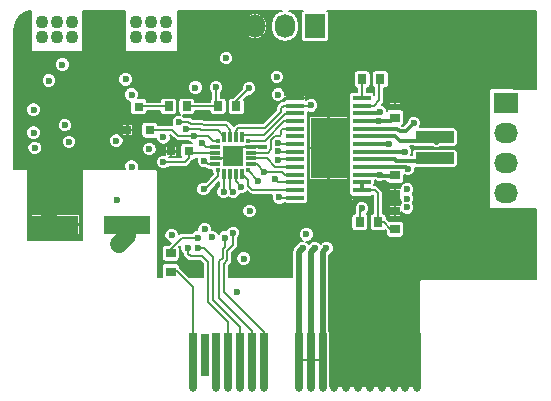
<source format=gbr>
G04 #@! TF.FileFunction,Copper,L4,Bot,Plane*
%FSLAX46Y46*%
G04 Gerber Fmt 4.6, Leading zero omitted, Abs format (unit mm)*
G04 Created by KiCad (PCBNEW 4.0.6-e0-6349~53~ubuntu14.04.1) date Mon Mar 27 22:54:08 2017*
%MOMM*%
%LPD*%
G01*
G04 APERTURE LIST*
%ADD10C,0.100000*%
%ADD11R,1.550000X0.350000*%
%ADD12R,3.100000X5.180000*%
%ADD13C,0.600000*%
%ADD14C,0.650240*%
%ADD15R,0.650240X4.599940*%
%ADD16R,0.650240X3.599180*%
%ADD17R,0.800000X0.750000*%
%ADD18R,2.032000X1.727200*%
%ADD19O,2.032000X1.727200*%
%ADD20R,0.350000X0.350000*%
%ADD21R,0.900000X0.300000*%
%ADD22R,0.300000X0.900000*%
%ADD23R,1.800000X1.800000*%
%ADD24R,4.000500X1.600200*%
%ADD25C,1.100000*%
%ADD26R,0.800100X0.800100*%
%ADD27R,0.787000X0.864000*%
%ADD28R,1.727200X2.032000*%
%ADD29O,1.727200X2.032000*%
%ADD30R,0.864000X0.787000*%
%ADD31R,3.200000X1.000000*%
%ADD32C,0.150000*%
%ADD33C,1.000000*%
%ADD34C,1.500000*%
%ADD35C,0.200000*%
%ADD36C,0.500000*%
%ADD37C,0.300000*%
%ADD38C,0.400000*%
G04 APERTURE END LIST*
D10*
D11*
X154800000Y-77775000D03*
X154800000Y-78425000D03*
X154800000Y-79075000D03*
X154800000Y-79725000D03*
X154800000Y-80375000D03*
X154800000Y-81025000D03*
X154800000Y-81675000D03*
X154800000Y-82325000D03*
X154800000Y-82975000D03*
X154800000Y-83625000D03*
X154800000Y-84275000D03*
X154800000Y-84925000D03*
X154800000Y-85575000D03*
X154800000Y-86225000D03*
X149200000Y-86225000D03*
X149200000Y-85575000D03*
X149200000Y-84925000D03*
X149200000Y-84275000D03*
X149200000Y-83625000D03*
X149200000Y-82975000D03*
X149200000Y-82325000D03*
X149200000Y-81675000D03*
X149200000Y-81025000D03*
X149200000Y-80375000D03*
X149200000Y-79725000D03*
X149200000Y-79075000D03*
X149200000Y-78425000D03*
X149200000Y-77775000D03*
D12*
X152000000Y-82000000D03*
D13*
X152000000Y-83000000D03*
X152000000Y-81000000D03*
X153000000Y-84000000D03*
X151000000Y-84000000D03*
X153000000Y-82000000D03*
X151000000Y-82000000D03*
X153000000Y-80000000D03*
X151000000Y-80000000D03*
D14*
X140500400Y-102301240D03*
D15*
X159499600Y-100000000D03*
X158498840Y-100000000D03*
X157500620Y-100000000D03*
X156499860Y-100000000D03*
X155499100Y-100000000D03*
X154500880Y-100000000D03*
X153500120Y-100000000D03*
X152499360Y-100000000D03*
X151501140Y-100000000D03*
X150500380Y-100000000D03*
X149499620Y-100000000D03*
X144500900Y-100000000D03*
X143500140Y-100000000D03*
X142499380Y-100000000D03*
D16*
X141501160Y-99499620D03*
D15*
X140500400Y-100000000D03*
X146499880Y-100000000D03*
X145499120Y-100000000D03*
D14*
X157500620Y-102301240D03*
X156499860Y-102301240D03*
X155499100Y-102301240D03*
X154500880Y-102301240D03*
X153500120Y-102301240D03*
X152499360Y-102301240D03*
X151501140Y-102301240D03*
X150500380Y-102301240D03*
X149499620Y-102301240D03*
X159499600Y-102301240D03*
X146499880Y-102301240D03*
X145499120Y-102301240D03*
X144500900Y-102301240D03*
X143500140Y-102301240D03*
X142499380Y-102301240D03*
X158498840Y-102301240D03*
D17*
X140175000Y-82300000D03*
X138675000Y-82300000D03*
D18*
X167000000Y-78190000D03*
D19*
X167000000Y-80730000D03*
X167000000Y-83270000D03*
X167000000Y-85810000D03*
D20*
X142675000Y-83900000D03*
D21*
X142375000Y-83400000D03*
X142375000Y-82900000D03*
X142375000Y-82400000D03*
X142375000Y-81900000D03*
D20*
X142675000Y-81400000D03*
D22*
X143175000Y-81100000D03*
X143675000Y-81100000D03*
X144175000Y-81100000D03*
X144675000Y-81100000D03*
D20*
X145175000Y-81400000D03*
D21*
X145475000Y-81900000D03*
X145475000Y-82400000D03*
X145475000Y-82900000D03*
X145475000Y-83400000D03*
D20*
X145175000Y-83900000D03*
D22*
X144675000Y-84200000D03*
X144175000Y-84200000D03*
X143675000Y-84200000D03*
X143175000Y-84200000D03*
D23*
X143925000Y-82650000D03*
D13*
X143425000Y-83150000D03*
X144425000Y-82150000D03*
D24*
X134975540Y-88500000D03*
X128874460Y-88500000D03*
D25*
X138270000Y-72635000D03*
X138270000Y-71365000D03*
X137000000Y-72635000D03*
X137000000Y-71365000D03*
X135730000Y-72635000D03*
X135730000Y-71365000D03*
X130270000Y-72635000D03*
X130270000Y-71365000D03*
X129000000Y-72635000D03*
X129000000Y-71365000D03*
X127730000Y-72635000D03*
X127730000Y-71365000D03*
D26*
X136875000Y-80500760D03*
X134975000Y-80500760D03*
X135925000Y-78501780D03*
D27*
X144199500Y-78500000D03*
X142650500Y-78500000D03*
X139999500Y-78500000D03*
X138450500Y-78500000D03*
D28*
X150865000Y-71700000D03*
D29*
X148325000Y-71700000D03*
X145785000Y-71700000D03*
D30*
X157625000Y-79449500D03*
X157625000Y-77900500D03*
X157625000Y-84325500D03*
X157625000Y-85874500D03*
X157625000Y-88874500D03*
X157625000Y-87325500D03*
D27*
X156399500Y-76200000D03*
X154850500Y-76200000D03*
X156199500Y-88300000D03*
X154650500Y-88300000D03*
D31*
X161000000Y-82900000D03*
X161000000Y-89100000D03*
X161000000Y-81100000D03*
X161000000Y-74900000D03*
D30*
X138625000Y-92474500D03*
X138625000Y-90925500D03*
D13*
X129525000Y-82700000D03*
X145275000Y-76950000D03*
X143325000Y-74400000D03*
X147450000Y-84625000D03*
X135325000Y-77500000D03*
X140725000Y-76900000D03*
X138025000Y-83200000D03*
X151825000Y-90500000D03*
X150825000Y-90500000D03*
X149825000Y-90500000D03*
X140925000Y-90450000D03*
X139925000Y-80400000D03*
X140075000Y-90450000D03*
X139325000Y-79800000D03*
X143925000Y-89200000D03*
X143925000Y-85700000D03*
X143225000Y-89600000D03*
X143125000Y-85700000D03*
X158650000Y-85525000D03*
X158650000Y-86300000D03*
X158650000Y-87050000D03*
X134225000Y-90175000D03*
X156350000Y-84275000D03*
X156300000Y-79725000D03*
X142125000Y-89550000D03*
X141450000Y-83075000D03*
X141525000Y-88900000D03*
X141425000Y-85500000D03*
X138725000Y-89400000D03*
X141325000Y-81600000D03*
X156325000Y-78950000D03*
X147825000Y-86200000D03*
X159225000Y-79900000D03*
X157125000Y-81700000D03*
X158450000Y-82325000D03*
X158725000Y-83800000D03*
X144625000Y-85300000D03*
X154825000Y-87125000D03*
X150525000Y-78400000D03*
X147625000Y-76000000D03*
X142475000Y-76875000D03*
X146575000Y-84025000D03*
X129475000Y-74950000D03*
X138025000Y-81100000D03*
X130025000Y-81500000D03*
X136825000Y-82100000D03*
X134825000Y-76200000D03*
X128325000Y-76300000D03*
X147725000Y-83050000D03*
X135325000Y-83600000D03*
X147725000Y-82300000D03*
X127125000Y-82000000D03*
X129675000Y-80075000D03*
X147725000Y-77500000D03*
X147725000Y-81550000D03*
X140925000Y-89600000D03*
X140625000Y-81000000D03*
X144225000Y-94225000D03*
X127025000Y-78775000D03*
X145325000Y-87350000D03*
X134125000Y-86400000D03*
X134025000Y-81400000D03*
X144825000Y-91375000D03*
X127025000Y-80725000D03*
X146050000Y-84775000D03*
X150125000Y-89325000D03*
D32*
X142375000Y-82900000D02*
X143675000Y-82900000D01*
X143675000Y-82900000D02*
X143925000Y-82650000D01*
D33*
X128874460Y-88500000D02*
X128874460Y-88449460D01*
X128874460Y-88449460D02*
X128125000Y-87700000D01*
X128125000Y-87700000D02*
X128125000Y-84700000D01*
D34*
X128125000Y-84700000D02*
X129525000Y-83300000D01*
X129525000Y-83300000D02*
X129525000Y-82700000D01*
D35*
X145475000Y-81900000D02*
X144675000Y-81900000D01*
X144675000Y-81900000D02*
X143925000Y-82650000D01*
D32*
X159499600Y-102301240D02*
X159499600Y-100000000D01*
X158498840Y-102301240D02*
X158498840Y-100000000D01*
X157500620Y-102301240D02*
X157500620Y-100000000D01*
X156499860Y-102301240D02*
X156499860Y-100000000D01*
X155499100Y-102301240D02*
X155499100Y-100000000D01*
X154500880Y-102301240D02*
X154500880Y-100000000D01*
X153500120Y-102301240D02*
X153500120Y-100000000D01*
X152499360Y-102301240D02*
X152499360Y-100000000D01*
X144199500Y-78500000D02*
X144199500Y-78025500D01*
X144199500Y-78025500D02*
X145275000Y-76950000D01*
X149200000Y-84925000D02*
X147750000Y-84925000D01*
X147750000Y-84925000D02*
X147450000Y-84625000D01*
D35*
X140175000Y-82300000D02*
X140175000Y-82850000D01*
X139825000Y-83200000D02*
X138025000Y-83200000D01*
X140175000Y-82850000D02*
X139825000Y-83200000D01*
D36*
X151501140Y-100000000D02*
X151501140Y-90823860D01*
X151501140Y-90823860D02*
X151825000Y-90500000D01*
X150500380Y-100000000D02*
X150500380Y-90824620D01*
X150500380Y-90824620D02*
X150825000Y-90500000D01*
X149499620Y-100000000D02*
X149499620Y-90825380D01*
X149499620Y-90825380D02*
X149825000Y-90500000D01*
D35*
X142375000Y-82400000D02*
X140275000Y-82400000D01*
X140275000Y-82400000D02*
X140175000Y-82300000D01*
X149499620Y-100000000D02*
X150500380Y-100000000D01*
X150500380Y-100000000D02*
X151501140Y-100000000D01*
D32*
X151501140Y-102301240D02*
X151501140Y-100000000D01*
X150500380Y-102301240D02*
X150500380Y-100000000D01*
X149499620Y-102301240D02*
X149499620Y-100000000D01*
D35*
X144500900Y-100000000D02*
X144500900Y-97175900D01*
X141425000Y-90450000D02*
X140925000Y-90450000D01*
X142225000Y-91250000D02*
X141425000Y-90450000D01*
X142225000Y-94900000D02*
X142225000Y-91250000D01*
X144500900Y-97175900D02*
X142225000Y-94900000D01*
D32*
X144500900Y-102301240D02*
X144500900Y-100000000D01*
D35*
X143175000Y-81050000D02*
X142625000Y-80500000D01*
X141125000Y-80400000D02*
X139925000Y-80400000D01*
X141225000Y-80500000D02*
X141125000Y-80400000D01*
X142625000Y-80500000D02*
X141225000Y-80500000D01*
X143175000Y-81100000D02*
X143175000Y-81050000D01*
X143500140Y-100000000D02*
X143500140Y-96775140D01*
X140075000Y-90950000D02*
X140075000Y-90450000D01*
X140325000Y-91200000D02*
X140075000Y-90950000D01*
X141275000Y-91200000D02*
X140325000Y-91200000D01*
X141775000Y-91700000D02*
X141275000Y-91200000D01*
X141775000Y-95050000D02*
X141775000Y-91700000D01*
X143500140Y-96775140D02*
X141775000Y-95050000D01*
D32*
X143500140Y-102301240D02*
X143500140Y-100000000D01*
D35*
X143675000Y-80450000D02*
X143325000Y-80100000D01*
X143675000Y-80450000D02*
X143675000Y-81100000D01*
X140125000Y-79800000D02*
X139325000Y-79800000D01*
X140325000Y-80000000D02*
X140125000Y-79800000D01*
X141325000Y-80000000D02*
X140325000Y-80000000D01*
X141425000Y-80100000D02*
X141325000Y-80000000D01*
X143325000Y-80100000D02*
X141425000Y-80100000D01*
X146499880Y-97574880D02*
X143125000Y-94200000D01*
X143125000Y-94200000D02*
X143125000Y-91800000D01*
X143125000Y-91800000D02*
X143425000Y-91500000D01*
X143425000Y-91500000D02*
X143425000Y-90700000D01*
X143425000Y-90700000D02*
X143925000Y-90200000D01*
X143925000Y-90200000D02*
X143925000Y-89200000D01*
X146499880Y-97574880D02*
X146499880Y-100000000D01*
X143675000Y-85450000D02*
X143925000Y-85700000D01*
X143675000Y-85450000D02*
X143675000Y-84200000D01*
D32*
X146499880Y-102301240D02*
X146499880Y-100000000D01*
D35*
X145499120Y-97474120D02*
X142725000Y-94700000D01*
X142725000Y-94700000D02*
X142725000Y-91600000D01*
X142725000Y-91600000D02*
X143025000Y-91300000D01*
X143025000Y-91300000D02*
X143025000Y-90600000D01*
X143025000Y-90600000D02*
X143225000Y-90400000D01*
X143225000Y-90400000D02*
X143225000Y-89600000D01*
X145499120Y-100000000D02*
X145499120Y-97474120D01*
X143175000Y-85650000D02*
X143125000Y-85700000D01*
X143175000Y-85650000D02*
X143175000Y-84200000D01*
D32*
X145499120Y-102301240D02*
X145499120Y-100000000D01*
D34*
X134975540Y-88500000D02*
X134975540Y-89424460D01*
X134975540Y-89424460D02*
X134225000Y-90175000D01*
D37*
X156300000Y-79725000D02*
X157325000Y-79725000D01*
X157325000Y-79725000D02*
X157625000Y-79425000D01*
X157625000Y-84350000D02*
X156425000Y-84350000D01*
X156425000Y-84350000D02*
X156350000Y-84275000D01*
X156350000Y-84275000D02*
X154800000Y-84275000D01*
X154800000Y-79725000D02*
X156300000Y-79725000D01*
X154900000Y-79725000D02*
X154925000Y-79750000D01*
D32*
X142375000Y-83400000D02*
X141775000Y-83400000D01*
X141775000Y-83400000D02*
X141450000Y-83075000D01*
D35*
X142375000Y-83400000D02*
X142325000Y-83400000D01*
X142375000Y-83400000D02*
X142375000Y-83450000D01*
X141425000Y-85500000D02*
X141575000Y-85500000D01*
X142675000Y-84400000D02*
X142675000Y-83900000D01*
X141575000Y-85500000D02*
X142675000Y-84400000D01*
X141625000Y-81900000D02*
X141325000Y-81600000D01*
X142375000Y-81900000D02*
X141625000Y-81900000D01*
D32*
X157625000Y-88850000D02*
X157225000Y-88850000D01*
X156675000Y-88300000D02*
X156175000Y-88300000D01*
X157225000Y-88850000D02*
X156675000Y-88300000D01*
X156175000Y-88300000D02*
X156175000Y-85825000D01*
X156175000Y-85825000D02*
X155925000Y-85575000D01*
X155925000Y-85575000D02*
X154800000Y-85575000D01*
D37*
X154800000Y-84925000D02*
X154800000Y-85575000D01*
D35*
X154800000Y-78425000D02*
X155850000Y-78425000D01*
X156300000Y-77975000D02*
X156300000Y-76275000D01*
X155850000Y-78425000D02*
X156300000Y-77975000D01*
X156300000Y-76275000D02*
X156375000Y-76200000D01*
X154800000Y-77775000D02*
X154800000Y-76275000D01*
X154800000Y-76275000D02*
X154875000Y-76200000D01*
D37*
X156200000Y-79075000D02*
X156325000Y-78950000D01*
X154800000Y-79075000D02*
X156200000Y-79075000D01*
D35*
X149200000Y-86225000D02*
X147850000Y-86225000D01*
X147850000Y-86225000D02*
X147825000Y-86200000D01*
D37*
X157800000Y-80375000D02*
X158025000Y-80600000D01*
X158025000Y-80600000D02*
X158525000Y-80600000D01*
X158525000Y-80600000D02*
X159225000Y-79900000D01*
X157800000Y-80375000D02*
X154800000Y-80375000D01*
X157100000Y-81675000D02*
X157125000Y-81700000D01*
X154800000Y-81675000D02*
X157100000Y-81675000D01*
X154800000Y-82325000D02*
X158450000Y-82325000D01*
X158550000Y-83625000D02*
X158725000Y-83800000D01*
X154800000Y-83625000D02*
X158550000Y-83625000D01*
D32*
X154825000Y-87300000D02*
X154675000Y-87450000D01*
X154675000Y-88300000D02*
X154675000Y-87450000D01*
D35*
X144175000Y-84850000D02*
X144175000Y-84200000D01*
X144175000Y-84850000D02*
X144625000Y-85300000D01*
D32*
X154825000Y-87125000D02*
X154825000Y-87300000D01*
D37*
X154800000Y-82975000D02*
X157625000Y-82975000D01*
X157750000Y-83100000D02*
X160800000Y-83100000D01*
X157625000Y-82975000D02*
X157750000Y-83100000D01*
X160800000Y-83100000D02*
X161000000Y-82900000D01*
D38*
X160925000Y-82975000D02*
X161000000Y-82900000D01*
D37*
X161925000Y-82975000D02*
X162000000Y-82900000D01*
D35*
X150500000Y-78425000D02*
X150525000Y-78400000D01*
X149200000Y-78425000D02*
X150500000Y-78425000D01*
X144175000Y-81100000D02*
X144175000Y-80550000D01*
X148200000Y-78425000D02*
X149200000Y-78425000D01*
X148000000Y-78625000D02*
X148200000Y-78425000D01*
X148000000Y-78980022D02*
X148000000Y-78625000D01*
X146630022Y-80350000D02*
X148000000Y-78980022D01*
X144375000Y-80350000D02*
X146630022Y-80350000D01*
X144175000Y-80550000D02*
X144375000Y-80350000D01*
D37*
X154800000Y-81025000D02*
X157650000Y-81025000D01*
X158025000Y-81400000D02*
X160700000Y-81400000D01*
X157650000Y-81025000D02*
X158025000Y-81400000D01*
X160700000Y-81400000D02*
X161000000Y-81100000D01*
D38*
X161100000Y-81500000D02*
X161500000Y-81100000D01*
D37*
X161925000Y-81025000D02*
X162000000Y-81100000D01*
D32*
X142650500Y-78500000D02*
X142475000Y-78324500D01*
X142475000Y-78324500D02*
X142475000Y-76875000D01*
X139999500Y-78500000D02*
X142650500Y-78500000D01*
X146575000Y-84025000D02*
X148025000Y-84025000D01*
X148275000Y-84275000D02*
X149200000Y-84275000D01*
X148025000Y-84025000D02*
X148275000Y-84275000D01*
D35*
X145950000Y-83400000D02*
X146575000Y-84025000D01*
X145950000Y-83400000D02*
X145475000Y-83400000D01*
D32*
X149200000Y-85575000D02*
X145550000Y-85575000D01*
X145175000Y-84700000D02*
X144675000Y-84200000D01*
X145175000Y-85200000D02*
X145175000Y-84700000D01*
X145550000Y-85575000D02*
X145175000Y-85200000D01*
D35*
X145475000Y-82900000D02*
X146750000Y-82900000D01*
X147475000Y-83625000D02*
X149200000Y-83625000D01*
X146750000Y-82900000D02*
X147475000Y-83625000D01*
X145475000Y-82400000D02*
X146875000Y-82400000D01*
X148150000Y-80375000D02*
X149200000Y-80375000D01*
X148000000Y-80525000D02*
X148150000Y-80375000D01*
X148000000Y-80825000D02*
X148000000Y-80525000D01*
X147850000Y-80975000D02*
X148000000Y-80825000D01*
X147500000Y-80975000D02*
X147850000Y-80975000D01*
X147150000Y-81325000D02*
X147500000Y-80975000D01*
X147150000Y-82125000D02*
X147150000Y-81325000D01*
X146875000Y-82400000D02*
X147150000Y-82125000D01*
X145175000Y-81400000D02*
X146580022Y-81400000D01*
X148255022Y-79725000D02*
X149200000Y-79725000D01*
X146580022Y-81400000D02*
X148255022Y-79725000D01*
X149200000Y-79075000D02*
X148400000Y-79075000D01*
X146525000Y-80950000D02*
X144825000Y-80950000D01*
X148400000Y-79075000D02*
X146525000Y-80950000D01*
X144825000Y-80950000D02*
X144675000Y-81100000D01*
X147800000Y-82975000D02*
X147725000Y-83050000D01*
X149200000Y-82975000D02*
X147800000Y-82975000D01*
X149200000Y-82325000D02*
X147750000Y-82325000D01*
X147750000Y-82325000D02*
X147725000Y-82300000D01*
X149200000Y-81675000D02*
X147850000Y-81675000D01*
X147850000Y-81675000D02*
X147725000Y-81550000D01*
D32*
X140625000Y-81000000D02*
X139275000Y-81000000D01*
X138775760Y-80500760D02*
X136875000Y-80500760D01*
X139275000Y-81000000D02*
X138775760Y-80500760D01*
X138625000Y-90950000D02*
X138625000Y-90600000D01*
X139625000Y-89600000D02*
X140925000Y-89600000D01*
X138625000Y-90600000D02*
X139625000Y-89600000D01*
D35*
X142225000Y-81400000D02*
X141825000Y-81000000D01*
X141825000Y-81000000D02*
X140625000Y-81000000D01*
X142675000Y-81400000D02*
X142225000Y-81400000D01*
D32*
X142499380Y-102301240D02*
X142499380Y-100000000D01*
X140500400Y-100000000D02*
X140500400Y-93775400D01*
X139175000Y-92450000D02*
X138625000Y-92450000D01*
X140500400Y-93775400D02*
X139175000Y-92450000D01*
X140500400Y-102301240D02*
X140500400Y-100000000D01*
X138450500Y-78500000D02*
X135926780Y-78500000D01*
X135926780Y-78500000D02*
X135925000Y-78501780D01*
X145175000Y-83900000D02*
X146050000Y-84775000D01*
D35*
G36*
X134775000Y-73800000D02*
X134781839Y-73836346D01*
X134803319Y-73869727D01*
X134836094Y-73892121D01*
X134875000Y-73900000D01*
X139125000Y-73900000D01*
X139161346Y-73893161D01*
X139194727Y-73871681D01*
X139217121Y-73838906D01*
X139225000Y-73800000D01*
X139225000Y-71725000D01*
X144821400Y-71725000D01*
X144821400Y-71877400D01*
X144904317Y-72244251D01*
X145121310Y-72551446D01*
X145439344Y-72752217D01*
X145609618Y-72799906D01*
X145760000Y-72790667D01*
X145760000Y-71725000D01*
X145810000Y-71725000D01*
X145810000Y-72790667D01*
X145960382Y-72799906D01*
X146130656Y-72752217D01*
X146448690Y-72551446D01*
X146665683Y-72244251D01*
X146748600Y-71877400D01*
X146748600Y-71725000D01*
X145810000Y-71725000D01*
X145760000Y-71725000D01*
X144821400Y-71725000D01*
X139225000Y-71725000D01*
X139225000Y-71522600D01*
X144821400Y-71522600D01*
X144821400Y-71675000D01*
X145760000Y-71675000D01*
X145760000Y-70609333D01*
X145810000Y-70609333D01*
X145810000Y-71675000D01*
X146748600Y-71675000D01*
X146748600Y-71522600D01*
X146665683Y-71155749D01*
X146448690Y-70848554D01*
X146130656Y-70647783D01*
X145960382Y-70600094D01*
X145810000Y-70609333D01*
X145760000Y-70609333D01*
X145609618Y-70600094D01*
X145439344Y-70647783D01*
X145121310Y-70848554D01*
X144904317Y-71155749D01*
X144821400Y-71522600D01*
X139225000Y-71522600D01*
X139225000Y-70395000D01*
X148037566Y-70395000D01*
X147872056Y-70427922D01*
X147488068Y-70684494D01*
X147231496Y-71068482D01*
X147141400Y-71521426D01*
X147141400Y-71878574D01*
X147231496Y-72331518D01*
X147488068Y-72715506D01*
X147872056Y-72972078D01*
X148325000Y-73062174D01*
X148777944Y-72972078D01*
X149161932Y-72715506D01*
X149418504Y-72331518D01*
X149508600Y-71878574D01*
X149508600Y-71521426D01*
X149418504Y-71068482D01*
X149161932Y-70684494D01*
X148777944Y-70427922D01*
X148612434Y-70395000D01*
X149859573Y-70395000D01*
X149773902Y-70450128D01*
X149700836Y-70557063D01*
X149675131Y-70684000D01*
X149675131Y-72716000D01*
X149697444Y-72834585D01*
X149767528Y-72943498D01*
X149874463Y-73016564D01*
X150001400Y-73042269D01*
X151728600Y-73042269D01*
X151847185Y-73019956D01*
X151956098Y-72949872D01*
X152029164Y-72842937D01*
X152054869Y-72716000D01*
X152054869Y-70684000D01*
X152032556Y-70565415D01*
X151962472Y-70456502D01*
X151872461Y-70395000D01*
X169561098Y-70395000D01*
X169597716Y-70402284D01*
X169605000Y-70438903D01*
X169605000Y-76979843D01*
X165725769Y-76950003D01*
X165686804Y-76957582D01*
X165653858Y-76979724D01*
X165632121Y-77012939D01*
X165625000Y-77050000D01*
X165625000Y-87100000D01*
X165632879Y-87138906D01*
X165655273Y-87171681D01*
X165688654Y-87193161D01*
X165725000Y-87200000D01*
X169605000Y-87200000D01*
X169605000Y-93061097D01*
X169597716Y-93097716D01*
X169586234Y-93100000D01*
X159800000Y-93100000D01*
X159761094Y-93107879D01*
X159728319Y-93130273D01*
X159706839Y-93163654D01*
X159700000Y-93200000D01*
X159700000Y-102200000D01*
X152152529Y-102200000D01*
X152152529Y-97700030D01*
X152130216Y-97581445D01*
X152071140Y-97489639D01*
X152071140Y-91069138D01*
X152175743Y-91025917D01*
X152350304Y-90851661D01*
X152444893Y-90623867D01*
X152445108Y-90377215D01*
X152350917Y-90149257D01*
X152176661Y-89974696D01*
X151948867Y-89880107D01*
X151702215Y-89879892D01*
X151474257Y-89974083D01*
X151324892Y-90123187D01*
X151176661Y-89974696D01*
X150948867Y-89880107D01*
X150702215Y-89879892D01*
X150474257Y-89974083D01*
X150324892Y-90123187D01*
X150176661Y-89974696D01*
X150105106Y-89944984D01*
X150247785Y-89945108D01*
X150475743Y-89850917D01*
X150650304Y-89676661D01*
X150744893Y-89448867D01*
X150745108Y-89202215D01*
X150650917Y-88974257D01*
X150476661Y-88799696D01*
X150248867Y-88705107D01*
X150002215Y-88704892D01*
X149774257Y-88799083D01*
X149599696Y-88973339D01*
X149505107Y-89201133D01*
X149504892Y-89447785D01*
X149599083Y-89675743D01*
X149773339Y-89850304D01*
X149844894Y-89880016D01*
X149702215Y-89879892D01*
X149474257Y-89974083D01*
X149299696Y-90148339D01*
X149249376Y-90269522D01*
X149096569Y-90422329D01*
X148973009Y-90607250D01*
X148929620Y-90825380D01*
X148929620Y-92900000D01*
X143545000Y-92900000D01*
X143545000Y-91973970D01*
X143721985Y-91796985D01*
X143813029Y-91660727D01*
X143845000Y-91500000D01*
X143845000Y-91497785D01*
X144204892Y-91497785D01*
X144299083Y-91725743D01*
X144473339Y-91900304D01*
X144701133Y-91994893D01*
X144947785Y-91995108D01*
X145175743Y-91900917D01*
X145350304Y-91726661D01*
X145444893Y-91498867D01*
X145445108Y-91252215D01*
X145350917Y-91024257D01*
X145176661Y-90849696D01*
X144948867Y-90755107D01*
X144702215Y-90754892D01*
X144474257Y-90849083D01*
X144299696Y-91023339D01*
X144205107Y-91251133D01*
X144204892Y-91497785D01*
X143845000Y-91497785D01*
X143845000Y-90873970D01*
X144221985Y-90496985D01*
X144313029Y-90360727D01*
X144345000Y-90200000D01*
X144345000Y-89656781D01*
X144450304Y-89551661D01*
X144544893Y-89323867D01*
X144545108Y-89077215D01*
X144450917Y-88849257D01*
X144276661Y-88674696D01*
X144048867Y-88580107D01*
X143802215Y-88579892D01*
X143574257Y-88674083D01*
X143399696Y-88848339D01*
X143344982Y-88980104D01*
X143102215Y-88979892D01*
X142874257Y-89074083D01*
X142699696Y-89248339D01*
X142685412Y-89282740D01*
X142650917Y-89199257D01*
X142476661Y-89024696D01*
X142248867Y-88930107D01*
X142144975Y-88930016D01*
X142145108Y-88777215D01*
X142050917Y-88549257D01*
X141876661Y-88374696D01*
X141648867Y-88280107D01*
X141402215Y-88279892D01*
X141174257Y-88374083D01*
X140999696Y-88548339D01*
X140905107Y-88776133D01*
X140904929Y-88979982D01*
X140802215Y-88979892D01*
X140574257Y-89074083D01*
X140443111Y-89205000D01*
X139625000Y-89205000D01*
X139473840Y-89235068D01*
X139376513Y-89300100D01*
X139345693Y-89320693D01*
X139345070Y-89321316D01*
X139345108Y-89277215D01*
X139250917Y-89049257D01*
X139076661Y-88874696D01*
X138848867Y-88780107D01*
X138602215Y-88779892D01*
X138374257Y-88874083D01*
X138199696Y-89048339D01*
X138105107Y-89276133D01*
X138104892Y-89522785D01*
X138199083Y-89750743D01*
X138373339Y-89925304D01*
X138601133Y-90019893D01*
X138646453Y-90019933D01*
X138460655Y-90205731D01*
X138193000Y-90205731D01*
X138074415Y-90228044D01*
X137965502Y-90298128D01*
X137892436Y-90405063D01*
X137866731Y-90532000D01*
X137866731Y-91319000D01*
X137889044Y-91437585D01*
X137959128Y-91546498D01*
X138066063Y-91619564D01*
X138193000Y-91645269D01*
X139057000Y-91645269D01*
X139175585Y-91622956D01*
X139284498Y-91552872D01*
X139357564Y-91445937D01*
X139383269Y-91319000D01*
X139383269Y-90532000D01*
X139362420Y-90421194D01*
X139455105Y-90328509D01*
X139454892Y-90572785D01*
X139549083Y-90800743D01*
X139655000Y-90906845D01*
X139655000Y-90950000D01*
X139686971Y-91110727D01*
X139778015Y-91246985D01*
X140028015Y-91496985D01*
X140164273Y-91588029D01*
X140325000Y-91620000D01*
X141101030Y-91620000D01*
X141355000Y-91873970D01*
X141355000Y-92900000D01*
X140183614Y-92900000D01*
X139454307Y-92170693D01*
X139383269Y-92123227D01*
X139383269Y-92081000D01*
X139360956Y-91962415D01*
X139290872Y-91853502D01*
X139183937Y-91780436D01*
X139057000Y-91754731D01*
X138193000Y-91754731D01*
X138074415Y-91777044D01*
X137965502Y-91847128D01*
X137892436Y-91954063D01*
X137866731Y-92081000D01*
X137866731Y-92868000D01*
X137872752Y-92900000D01*
X137525000Y-92900000D01*
X137525000Y-87472785D01*
X144704892Y-87472785D01*
X144799083Y-87700743D01*
X144973339Y-87875304D01*
X145201133Y-87969893D01*
X145447785Y-87970108D01*
X145675743Y-87875917D01*
X145683673Y-87868000D01*
X153930731Y-87868000D01*
X153930731Y-88732000D01*
X153953044Y-88850585D01*
X154023128Y-88959498D01*
X154130063Y-89032564D01*
X154257000Y-89058269D01*
X155044000Y-89058269D01*
X155162585Y-89035956D01*
X155271498Y-88965872D01*
X155344564Y-88858937D01*
X155370269Y-88732000D01*
X155370269Y-87868000D01*
X155347956Y-87749415D01*
X155277872Y-87640502D01*
X155223436Y-87603307D01*
X155350304Y-87476661D01*
X155444893Y-87248867D01*
X155445108Y-87002215D01*
X155350917Y-86774257D01*
X155176661Y-86599696D01*
X154948867Y-86505107D01*
X154702215Y-86504892D01*
X154474257Y-86599083D01*
X154299696Y-86773339D01*
X154205107Y-87001133D01*
X154204892Y-87247785D01*
X154282745Y-87436202D01*
X154280000Y-87450000D01*
X154280000Y-87541731D01*
X154257000Y-87541731D01*
X154138415Y-87564044D01*
X154029502Y-87634128D01*
X153956436Y-87741063D01*
X153930731Y-87868000D01*
X145683673Y-87868000D01*
X145850304Y-87701661D01*
X145944893Y-87473867D01*
X145945108Y-87227215D01*
X145850917Y-86999257D01*
X145676661Y-86824696D01*
X145448867Y-86730107D01*
X145202215Y-86729892D01*
X144974257Y-86824083D01*
X144799696Y-86998339D01*
X144705107Y-87226133D01*
X144704892Y-87472785D01*
X137525000Y-87472785D01*
X137525000Y-83900000D01*
X137517121Y-83861094D01*
X137494727Y-83828319D01*
X137461346Y-83806839D01*
X137425000Y-83800000D01*
X135913280Y-83800000D01*
X135944893Y-83723867D01*
X135945108Y-83477215D01*
X135850917Y-83249257D01*
X135676661Y-83074696D01*
X135448867Y-82980107D01*
X135202215Y-82979892D01*
X134974257Y-83074083D01*
X134799696Y-83248339D01*
X134705107Y-83476133D01*
X134704892Y-83722785D01*
X134736797Y-83800000D01*
X131250000Y-83800000D01*
X131211094Y-83807879D01*
X131178319Y-83830273D01*
X131156839Y-83863654D01*
X131150000Y-83900000D01*
X131150000Y-89775000D01*
X126575000Y-89775000D01*
X126575000Y-88550000D01*
X126774210Y-88550000D01*
X126774210Y-89319991D01*
X126789434Y-89356746D01*
X126817565Y-89384876D01*
X126854319Y-89400100D01*
X128824460Y-89400100D01*
X128849460Y-89375100D01*
X128849460Y-88525000D01*
X128899460Y-88525000D01*
X128899460Y-89375100D01*
X128924460Y-89400100D01*
X130894601Y-89400100D01*
X130931355Y-89384876D01*
X130959486Y-89356746D01*
X130974710Y-89319991D01*
X130974710Y-88550000D01*
X130949710Y-88525000D01*
X128899460Y-88525000D01*
X128849460Y-88525000D01*
X126799210Y-88525000D01*
X126774210Y-88550000D01*
X126575000Y-88550000D01*
X126575000Y-87680009D01*
X126774210Y-87680009D01*
X126774210Y-88450000D01*
X126799210Y-88475000D01*
X128849460Y-88475000D01*
X128849460Y-87624900D01*
X128899460Y-87624900D01*
X128899460Y-88475000D01*
X130949710Y-88475000D01*
X130974710Y-88450000D01*
X130974710Y-87680009D01*
X130959486Y-87643254D01*
X130931355Y-87615124D01*
X130894601Y-87599900D01*
X128924460Y-87599900D01*
X128899460Y-87624900D01*
X128849460Y-87624900D01*
X128824460Y-87599900D01*
X126854319Y-87599900D01*
X126817565Y-87615124D01*
X126789434Y-87643254D01*
X126774210Y-87680009D01*
X126575000Y-87680009D01*
X126575000Y-83900000D01*
X126567121Y-83861094D01*
X126544727Y-83828319D01*
X126511346Y-83806839D01*
X126475000Y-83800000D01*
X125395000Y-83800000D01*
X125395000Y-82122785D01*
X126504892Y-82122785D01*
X126599083Y-82350743D01*
X126773339Y-82525304D01*
X127001133Y-82619893D01*
X127247785Y-82620108D01*
X127475743Y-82525917D01*
X127650304Y-82351661D01*
X127703818Y-82222785D01*
X136204892Y-82222785D01*
X136299083Y-82450743D01*
X136473339Y-82625304D01*
X136701133Y-82719893D01*
X136947785Y-82720108D01*
X137175743Y-82625917D01*
X137350304Y-82451661D01*
X137444893Y-82223867D01*
X137445108Y-81977215D01*
X137415315Y-81905109D01*
X138175000Y-81905109D01*
X138175000Y-82250000D01*
X138200000Y-82275000D01*
X138650000Y-82275000D01*
X138650000Y-81850000D01*
X138700000Y-81850000D01*
X138700000Y-82275000D01*
X139150000Y-82275000D01*
X139175000Y-82250000D01*
X139175000Y-81905109D01*
X139159776Y-81868354D01*
X139131645Y-81840224D01*
X139094891Y-81825000D01*
X138725000Y-81825000D01*
X138700000Y-81850000D01*
X138650000Y-81850000D01*
X138625000Y-81825000D01*
X138255109Y-81825000D01*
X138218355Y-81840224D01*
X138190224Y-81868354D01*
X138175000Y-81905109D01*
X137415315Y-81905109D01*
X137350917Y-81749257D01*
X137176661Y-81574696D01*
X136948867Y-81480107D01*
X136702215Y-81479892D01*
X136474257Y-81574083D01*
X136299696Y-81748339D01*
X136205107Y-81976133D01*
X136204892Y-82222785D01*
X127703818Y-82222785D01*
X127744893Y-82123867D01*
X127745108Y-81877215D01*
X127650917Y-81649257D01*
X127624492Y-81622785D01*
X129404892Y-81622785D01*
X129499083Y-81850743D01*
X129673339Y-82025304D01*
X129901133Y-82119893D01*
X130147785Y-82120108D01*
X130375743Y-82025917D01*
X130550304Y-81851661D01*
X130644893Y-81623867D01*
X130644981Y-81522785D01*
X133404892Y-81522785D01*
X133499083Y-81750743D01*
X133673339Y-81925304D01*
X133901133Y-82019893D01*
X134147785Y-82020108D01*
X134375743Y-81925917D01*
X134550304Y-81751661D01*
X134644893Y-81523867D01*
X134645108Y-81277215D01*
X134550917Y-81049257D01*
X134376661Y-80874696D01*
X134148867Y-80780107D01*
X133902215Y-80779892D01*
X133674257Y-80874083D01*
X133499696Y-81048339D01*
X133405107Y-81276133D01*
X133404892Y-81522785D01*
X130644981Y-81522785D01*
X130645108Y-81377215D01*
X130550917Y-81149257D01*
X130376661Y-80974696D01*
X130148867Y-80880107D01*
X129902215Y-80879892D01*
X129674257Y-80974083D01*
X129499696Y-81148339D01*
X129405107Y-81376133D01*
X129404892Y-81622785D01*
X127624492Y-81622785D01*
X127476661Y-81474696D01*
X127248867Y-81380107D01*
X127002215Y-81379892D01*
X126774257Y-81474083D01*
X126599696Y-81648339D01*
X126505107Y-81876133D01*
X126504892Y-82122785D01*
X125395000Y-82122785D01*
X125395000Y-80847785D01*
X126404892Y-80847785D01*
X126499083Y-81075743D01*
X126673339Y-81250304D01*
X126901133Y-81344893D01*
X127147785Y-81345108D01*
X127375743Y-81250917D01*
X127550304Y-81076661D01*
X127644893Y-80848867D01*
X127645108Y-80602215D01*
X127550917Y-80374257D01*
X127376661Y-80199696D01*
X127372059Y-80197785D01*
X129054892Y-80197785D01*
X129149083Y-80425743D01*
X129323339Y-80600304D01*
X129551133Y-80694893D01*
X129797785Y-80695108D01*
X130025743Y-80600917D01*
X130075987Y-80550760D01*
X134474950Y-80550760D01*
X134474950Y-80920701D01*
X134490174Y-80957456D01*
X134518305Y-80985586D01*
X134555059Y-81000810D01*
X134925000Y-81000810D01*
X134950000Y-80975810D01*
X134950000Y-80525760D01*
X135000000Y-80525760D01*
X135000000Y-80975810D01*
X135025000Y-81000810D01*
X135394941Y-81000810D01*
X135431695Y-80985586D01*
X135459826Y-80957456D01*
X135475050Y-80920701D01*
X135475050Y-80550760D01*
X135450050Y-80525760D01*
X135000000Y-80525760D01*
X134950000Y-80525760D01*
X134499950Y-80525760D01*
X134474950Y-80550760D01*
X130075987Y-80550760D01*
X130200304Y-80426661D01*
X130294893Y-80198867D01*
X130294995Y-80080819D01*
X134474950Y-80080819D01*
X134474950Y-80450760D01*
X134499950Y-80475760D01*
X134950000Y-80475760D01*
X134950000Y-80025710D01*
X135000000Y-80025710D01*
X135000000Y-80475760D01*
X135450050Y-80475760D01*
X135475050Y-80450760D01*
X135475050Y-80100710D01*
X136148681Y-80100710D01*
X136148681Y-80900810D01*
X136170994Y-81019395D01*
X136241078Y-81128308D01*
X136348013Y-81201374D01*
X136474950Y-81227079D01*
X137275050Y-81227079D01*
X137393635Y-81204766D01*
X137404914Y-81197508D01*
X137404892Y-81222785D01*
X137499083Y-81450743D01*
X137673339Y-81625304D01*
X137901133Y-81719893D01*
X138147785Y-81720108D01*
X138375743Y-81625917D01*
X138550304Y-81451661D01*
X138644893Y-81223867D01*
X138645108Y-80977215D01*
X138611451Y-80895760D01*
X138612146Y-80895760D01*
X138995693Y-81279307D01*
X139123840Y-81364932D01*
X139275000Y-81395000D01*
X140143263Y-81395000D01*
X140273339Y-81525304D01*
X140450170Y-81598731D01*
X139775000Y-81598731D01*
X139656415Y-81621044D01*
X139547502Y-81691128D01*
X139474436Y-81798063D01*
X139448731Y-81925000D01*
X139448731Y-82675000D01*
X139468488Y-82780000D01*
X138481781Y-82780000D01*
X138476790Y-82775000D01*
X138625000Y-82775000D01*
X138650000Y-82750000D01*
X138650000Y-82325000D01*
X138700000Y-82325000D01*
X138700000Y-82750000D01*
X138725000Y-82775000D01*
X139094891Y-82775000D01*
X139131645Y-82759776D01*
X139159776Y-82731646D01*
X139175000Y-82694891D01*
X139175000Y-82350000D01*
X139150000Y-82325000D01*
X138700000Y-82325000D01*
X138650000Y-82325000D01*
X138200000Y-82325000D01*
X138175000Y-82350000D01*
X138175000Y-82590958D01*
X138148867Y-82580107D01*
X137902215Y-82579892D01*
X137674257Y-82674083D01*
X137499696Y-82848339D01*
X137405107Y-83076133D01*
X137404892Y-83322785D01*
X137499083Y-83550743D01*
X137673339Y-83725304D01*
X137901133Y-83819893D01*
X138147785Y-83820108D01*
X138375743Y-83725917D01*
X138481845Y-83620000D01*
X139825000Y-83620000D01*
X139985727Y-83588029D01*
X140121985Y-83496985D01*
X140471985Y-83146985D01*
X140563029Y-83010727D01*
X140564910Y-83001269D01*
X140575000Y-83001269D01*
X140693585Y-82978956D01*
X140802498Y-82908872D01*
X140863222Y-82820000D01*
X140884559Y-82820000D01*
X140830107Y-82951133D01*
X140829892Y-83197785D01*
X140924083Y-83425743D01*
X141098339Y-83600304D01*
X141326133Y-83694893D01*
X141519271Y-83695061D01*
X141623840Y-83764932D01*
X141692818Y-83778653D01*
X141798063Y-83850564D01*
X141925000Y-83876269D01*
X142173731Y-83876269D01*
X142173731Y-84075000D01*
X142196044Y-84193585D01*
X142231831Y-84249199D01*
X141585649Y-84895381D01*
X141548867Y-84880107D01*
X141302215Y-84879892D01*
X141074257Y-84974083D01*
X140899696Y-85148339D01*
X140805107Y-85376133D01*
X140804892Y-85622785D01*
X140899083Y-85850743D01*
X141073339Y-86025304D01*
X141301133Y-86119893D01*
X141547785Y-86120108D01*
X141775743Y-86025917D01*
X141950304Y-85851661D01*
X142044744Y-85624226D01*
X142755000Y-84913970D01*
X142755000Y-85193306D01*
X142599696Y-85348339D01*
X142505107Y-85576133D01*
X142504892Y-85822785D01*
X142599083Y-86050743D01*
X142773339Y-86225304D01*
X143001133Y-86319893D01*
X143247785Y-86320108D01*
X143475743Y-86225917D01*
X143524933Y-86176813D01*
X143573339Y-86225304D01*
X143801133Y-86319893D01*
X144047785Y-86320108D01*
X144275743Y-86225917D01*
X144450304Y-86051661D01*
X144505018Y-85919896D01*
X144747785Y-85920108D01*
X144975743Y-85825917D01*
X145109140Y-85692754D01*
X145270693Y-85854307D01*
X145398840Y-85939932D01*
X145550000Y-85970000D01*
X147249178Y-85970000D01*
X147205107Y-86076133D01*
X147204892Y-86322785D01*
X147299083Y-86550743D01*
X147473339Y-86725304D01*
X147701133Y-86819893D01*
X147947785Y-86820108D01*
X148175743Y-86725917D01*
X148240524Y-86661249D01*
X148298063Y-86700564D01*
X148425000Y-86726269D01*
X149975000Y-86726269D01*
X150093585Y-86703956D01*
X150202498Y-86633872D01*
X150275564Y-86526937D01*
X150301269Y-86400000D01*
X150301269Y-86275000D01*
X153925000Y-86275000D01*
X153925000Y-86419891D01*
X153940224Y-86456646D01*
X153968355Y-86484776D01*
X154005109Y-86500000D01*
X154750000Y-86500000D01*
X154775000Y-86475000D01*
X154775000Y-86250000D01*
X154825000Y-86250000D01*
X154825000Y-86475000D01*
X154850000Y-86500000D01*
X155594891Y-86500000D01*
X155631645Y-86484776D01*
X155659776Y-86456646D01*
X155675000Y-86419891D01*
X155675000Y-86275000D01*
X155650000Y-86250000D01*
X154825000Y-86250000D01*
X154775000Y-86250000D01*
X153950000Y-86250000D01*
X153925000Y-86275000D01*
X150301269Y-86275000D01*
X150301269Y-86050000D01*
X150278956Y-85931415D01*
X150259257Y-85900803D01*
X150275564Y-85876937D01*
X150301269Y-85750000D01*
X150301269Y-85400000D01*
X150278956Y-85281415D01*
X150259257Y-85250803D01*
X150275564Y-85226937D01*
X150301269Y-85100000D01*
X150301269Y-84750000D01*
X150278956Y-84631415D01*
X150259257Y-84600803D01*
X150275564Y-84576937D01*
X150301269Y-84450000D01*
X150301269Y-84100000D01*
X150278956Y-83981415D01*
X150259257Y-83950803D01*
X150275564Y-83926937D01*
X150301269Y-83800000D01*
X150301269Y-83450000D01*
X150278956Y-83331415D01*
X150259257Y-83300803D01*
X150275564Y-83276937D01*
X150301269Y-83150000D01*
X150301269Y-82800000D01*
X150278956Y-82681415D01*
X150259257Y-82650803D01*
X150275564Y-82626937D01*
X150301269Y-82500000D01*
X150301269Y-82150000D01*
X150278956Y-82031415D01*
X150259257Y-82000803D01*
X150275564Y-81976937D01*
X150301269Y-81850000D01*
X150301269Y-81500000D01*
X150278956Y-81381415D01*
X150259257Y-81350803D01*
X150275564Y-81326937D01*
X150301269Y-81200000D01*
X150301269Y-80850000D01*
X150278956Y-80731415D01*
X150259257Y-80700803D01*
X150275564Y-80676937D01*
X150301269Y-80550000D01*
X150301269Y-80200000D01*
X150278956Y-80081415D01*
X150259257Y-80050803D01*
X150275564Y-80026937D01*
X150301269Y-79900000D01*
X150301269Y-79550000D01*
X150278956Y-79431415D01*
X150259257Y-79400803D01*
X150266563Y-79390109D01*
X150350000Y-79390109D01*
X150350000Y-81950000D01*
X150375000Y-81975000D01*
X150599352Y-81975000D01*
X150600455Y-82025000D01*
X150375000Y-82025000D01*
X150350000Y-82050000D01*
X150350000Y-84609891D01*
X150365224Y-84646646D01*
X150393355Y-84674776D01*
X150430109Y-84690000D01*
X151950000Y-84690000D01*
X151975000Y-84665000D01*
X151975000Y-83400648D01*
X152025000Y-83399545D01*
X152025000Y-84665000D01*
X152050000Y-84690000D01*
X153569891Y-84690000D01*
X153606645Y-84674776D01*
X153634776Y-84646646D01*
X153650000Y-84609891D01*
X153650000Y-82050000D01*
X153625000Y-82025000D01*
X153400648Y-82025000D01*
X153399545Y-81975000D01*
X153625000Y-81975000D01*
X153650000Y-81950000D01*
X153650000Y-79390109D01*
X153634776Y-79353354D01*
X153606645Y-79325224D01*
X153569891Y-79310000D01*
X152050000Y-79310000D01*
X152025000Y-79335000D01*
X152025000Y-80599352D01*
X151975000Y-80600455D01*
X151975000Y-79335000D01*
X151950000Y-79310000D01*
X150430109Y-79310000D01*
X150393355Y-79325224D01*
X150365224Y-79353354D01*
X150350000Y-79390109D01*
X150266563Y-79390109D01*
X150275564Y-79376937D01*
X150301269Y-79250000D01*
X150301269Y-78978426D01*
X150401133Y-79019893D01*
X150647785Y-79020108D01*
X150875743Y-78925917D01*
X151050304Y-78751661D01*
X151144893Y-78523867D01*
X151145108Y-78277215D01*
X151050917Y-78049257D01*
X150876661Y-77874696D01*
X150648867Y-77780107D01*
X150402215Y-77779892D01*
X150174257Y-77874083D01*
X150099306Y-77948903D01*
X150075000Y-77943981D01*
X150075000Y-77825000D01*
X150050000Y-77800000D01*
X149225000Y-77800000D01*
X149225000Y-77820000D01*
X149175000Y-77820000D01*
X149175000Y-77800000D01*
X148350000Y-77800000D01*
X148325000Y-77825000D01*
X148325000Y-77942547D01*
X148306415Y-77946044D01*
X148214795Y-78005000D01*
X148200000Y-78005000D01*
X148058011Y-78033244D01*
X148075743Y-78025917D01*
X148250304Y-77851661D01*
X148325000Y-77671774D01*
X148325000Y-77725000D01*
X148350000Y-77750000D01*
X149175000Y-77750000D01*
X149175000Y-77525000D01*
X149225000Y-77525000D01*
X149225000Y-77750000D01*
X150050000Y-77750000D01*
X150075000Y-77725000D01*
X150075000Y-77600000D01*
X153698731Y-77600000D01*
X153698731Y-77950000D01*
X153721044Y-78068585D01*
X153740743Y-78099197D01*
X153724436Y-78123063D01*
X153698731Y-78250000D01*
X153698731Y-78600000D01*
X153721044Y-78718585D01*
X153740743Y-78749197D01*
X153724436Y-78773063D01*
X153698731Y-78900000D01*
X153698731Y-79250000D01*
X153721044Y-79368585D01*
X153740743Y-79399197D01*
X153724436Y-79423063D01*
X153698731Y-79550000D01*
X153698731Y-79900000D01*
X153721044Y-80018585D01*
X153740743Y-80049197D01*
X153724436Y-80073063D01*
X153698731Y-80200000D01*
X153698731Y-80550000D01*
X153721044Y-80668585D01*
X153740743Y-80699197D01*
X153724436Y-80723063D01*
X153698731Y-80850000D01*
X153698731Y-81200000D01*
X153721044Y-81318585D01*
X153740743Y-81349197D01*
X153724436Y-81373063D01*
X153698731Y-81500000D01*
X153698731Y-81850000D01*
X153721044Y-81968585D01*
X153740743Y-81999197D01*
X153724436Y-82023063D01*
X153698731Y-82150000D01*
X153698731Y-82500000D01*
X153721044Y-82618585D01*
X153740743Y-82649197D01*
X153724436Y-82673063D01*
X153698731Y-82800000D01*
X153698731Y-83150000D01*
X153721044Y-83268585D01*
X153740743Y-83299197D01*
X153724436Y-83323063D01*
X153698731Y-83450000D01*
X153698731Y-83800000D01*
X153721044Y-83918585D01*
X153740743Y-83949197D01*
X153724436Y-83973063D01*
X153698731Y-84100000D01*
X153698731Y-84450000D01*
X153721044Y-84568585D01*
X153740743Y-84599197D01*
X153724436Y-84623063D01*
X153698731Y-84750000D01*
X153698731Y-85100000D01*
X153721044Y-85218585D01*
X153740743Y-85249197D01*
X153724436Y-85273063D01*
X153698731Y-85400000D01*
X153698731Y-85750000D01*
X153721044Y-85868585D01*
X153791128Y-85977498D01*
X153898063Y-86050564D01*
X153925000Y-86056019D01*
X153925000Y-86175000D01*
X153950000Y-86200000D01*
X154775000Y-86200000D01*
X154775000Y-86180000D01*
X154825000Y-86180000D01*
X154825000Y-86200000D01*
X155650000Y-86200000D01*
X155675000Y-86175000D01*
X155675000Y-86057453D01*
X155693585Y-86053956D01*
X155780000Y-85998349D01*
X155780000Y-87546623D01*
X155687415Y-87564044D01*
X155578502Y-87634128D01*
X155505436Y-87741063D01*
X155479731Y-87868000D01*
X155479731Y-88732000D01*
X155502044Y-88850585D01*
X155572128Y-88959498D01*
X155679063Y-89032564D01*
X155806000Y-89058269D01*
X156593000Y-89058269D01*
X156711585Y-89035956D01*
X156797230Y-88980845D01*
X156866731Y-89050346D01*
X156866731Y-89268000D01*
X156889044Y-89386585D01*
X156959128Y-89495498D01*
X157066063Y-89568564D01*
X157193000Y-89594269D01*
X158057000Y-89594269D01*
X158175585Y-89571956D01*
X158284498Y-89501872D01*
X158357564Y-89394937D01*
X158383269Y-89268000D01*
X158383269Y-89150000D01*
X159300000Y-89150000D01*
X159300000Y-89619891D01*
X159315224Y-89656645D01*
X159343354Y-89684776D01*
X159380109Y-89700000D01*
X160950000Y-89700000D01*
X160975000Y-89675000D01*
X160975000Y-89125000D01*
X161025000Y-89125000D01*
X161025000Y-89675000D01*
X161050000Y-89700000D01*
X162619891Y-89700000D01*
X162656646Y-89684776D01*
X162684776Y-89656645D01*
X162700000Y-89619891D01*
X162700000Y-89150000D01*
X162675000Y-89125000D01*
X161025000Y-89125000D01*
X160975000Y-89125000D01*
X159325000Y-89125000D01*
X159300000Y-89150000D01*
X158383269Y-89150000D01*
X158383269Y-88580109D01*
X159300000Y-88580109D01*
X159300000Y-89050000D01*
X159325000Y-89075000D01*
X160975000Y-89075000D01*
X160975000Y-88525000D01*
X161025000Y-88525000D01*
X161025000Y-89075000D01*
X162675000Y-89075000D01*
X162700000Y-89050000D01*
X162700000Y-88580109D01*
X162684776Y-88543355D01*
X162656646Y-88515224D01*
X162619891Y-88500000D01*
X161050000Y-88500000D01*
X161025000Y-88525000D01*
X160975000Y-88525000D01*
X160950000Y-88500000D01*
X159380109Y-88500000D01*
X159343354Y-88515224D01*
X159315224Y-88543355D01*
X159300000Y-88580109D01*
X158383269Y-88580109D01*
X158383269Y-88481000D01*
X158360956Y-88362415D01*
X158290872Y-88253502D01*
X158183937Y-88180436D01*
X158057000Y-88154731D01*
X157193000Y-88154731D01*
X157104919Y-88171304D01*
X156954307Y-88020693D01*
X156919269Y-87997281D01*
X156919269Y-87868000D01*
X156896956Y-87749415D01*
X156826872Y-87640502D01*
X156719937Y-87567436D01*
X156593000Y-87541731D01*
X156570000Y-87541731D01*
X156570000Y-87375500D01*
X157093000Y-87375500D01*
X157093000Y-87738891D01*
X157108224Y-87775645D01*
X157136354Y-87803776D01*
X157173109Y-87819000D01*
X157575000Y-87819000D01*
X157600000Y-87794000D01*
X157600000Y-87350500D01*
X157118000Y-87350500D01*
X157093000Y-87375500D01*
X156570000Y-87375500D01*
X156570000Y-86912109D01*
X157093000Y-86912109D01*
X157093000Y-87275500D01*
X157118000Y-87300500D01*
X157600000Y-87300500D01*
X157600000Y-86857000D01*
X157575000Y-86832000D01*
X157173109Y-86832000D01*
X157136354Y-86847224D01*
X157108224Y-86875355D01*
X157093000Y-86912109D01*
X156570000Y-86912109D01*
X156570000Y-85924500D01*
X157093000Y-85924500D01*
X157093000Y-86287891D01*
X157108224Y-86324645D01*
X157136354Y-86352776D01*
X157173109Y-86368000D01*
X157575000Y-86368000D01*
X157600000Y-86343000D01*
X157600000Y-85899500D01*
X157118000Y-85899500D01*
X157093000Y-85924500D01*
X156570000Y-85924500D01*
X156570000Y-85825000D01*
X156539932Y-85673840D01*
X156454307Y-85545693D01*
X156369723Y-85461109D01*
X157093000Y-85461109D01*
X157093000Y-85824500D01*
X157118000Y-85849500D01*
X157600000Y-85849500D01*
X157600000Y-85406000D01*
X157650000Y-85406000D01*
X157650000Y-85849500D01*
X157670000Y-85849500D01*
X157670000Y-85899500D01*
X157650000Y-85899500D01*
X157650000Y-86343000D01*
X157675000Y-86368000D01*
X158029940Y-86368000D01*
X158029892Y-86422785D01*
X158124083Y-86650743D01*
X158148187Y-86674889D01*
X158124696Y-86698339D01*
X158069195Y-86832000D01*
X157675000Y-86832000D01*
X157650000Y-86857000D01*
X157650000Y-87300500D01*
X157670000Y-87300500D01*
X157670000Y-87350500D01*
X157650000Y-87350500D01*
X157650000Y-87794000D01*
X157675000Y-87819000D01*
X158076891Y-87819000D01*
X158113646Y-87803776D01*
X158141776Y-87775645D01*
X158157000Y-87738891D01*
X158157000Y-87433718D01*
X158298339Y-87575304D01*
X158526133Y-87669893D01*
X158772785Y-87670108D01*
X159000743Y-87575917D01*
X159175304Y-87401661D01*
X159269893Y-87173867D01*
X159270108Y-86927215D01*
X159175917Y-86699257D01*
X159151813Y-86675111D01*
X159175304Y-86651661D01*
X159269893Y-86423867D01*
X159270108Y-86177215D01*
X159175917Y-85949257D01*
X159139313Y-85912589D01*
X159175304Y-85876661D01*
X159269893Y-85648867D01*
X159270108Y-85402215D01*
X159175917Y-85174257D01*
X159001661Y-84999696D01*
X158773867Y-84905107D01*
X158527215Y-84904892D01*
X158299257Y-84999083D01*
X158124696Y-85173339D01*
X158038467Y-85381000D01*
X157675000Y-85381000D01*
X157650000Y-85406000D01*
X157600000Y-85406000D01*
X157575000Y-85381000D01*
X157173109Y-85381000D01*
X157136354Y-85396224D01*
X157108224Y-85424355D01*
X157093000Y-85461109D01*
X156369723Y-85461109D01*
X156204307Y-85295693D01*
X156076160Y-85210068D01*
X155925000Y-85180000D01*
X155885069Y-85180000D01*
X155901269Y-85100000D01*
X155901269Y-84750000D01*
X155900328Y-84745000D01*
X155943132Y-84745000D01*
X155998339Y-84800304D01*
X156226133Y-84894893D01*
X156472785Y-84895108D01*
X156654559Y-84820000D01*
X156885735Y-84820000D01*
X156889044Y-84837585D01*
X156959128Y-84946498D01*
X157066063Y-85019564D01*
X157193000Y-85045269D01*
X158057000Y-85045269D01*
X158175585Y-85022956D01*
X158284498Y-84952872D01*
X158357564Y-84845937D01*
X158383269Y-84719000D01*
X158383269Y-84329427D01*
X158601133Y-84419893D01*
X158847785Y-84420108D01*
X159075743Y-84325917D01*
X159250304Y-84151661D01*
X159344893Y-83923867D01*
X159345075Y-83715147D01*
X159400000Y-83726269D01*
X162600000Y-83726269D01*
X162718585Y-83703956D01*
X162827498Y-83633872D01*
X162900564Y-83526937D01*
X162926269Y-83400000D01*
X162926269Y-82400000D01*
X162903956Y-82281415D01*
X162833872Y-82172502D01*
X162726937Y-82099436D01*
X162600000Y-82073731D01*
X159400000Y-82073731D01*
X159281415Y-82096044D01*
X159172502Y-82166128D01*
X159099436Y-82273063D01*
X159073731Y-82400000D01*
X159073731Y-82630000D01*
X158994679Y-82630000D01*
X159069893Y-82448867D01*
X159070108Y-82202215D01*
X158975917Y-81974257D01*
X158871842Y-81870000D01*
X159228331Y-81870000D01*
X159273063Y-81900564D01*
X159400000Y-81926269D01*
X160819966Y-81926269D01*
X160901005Y-81980417D01*
X161100000Y-82020001D01*
X161298995Y-81980417D01*
X161380034Y-81926269D01*
X162600000Y-81926269D01*
X162718585Y-81903956D01*
X162827498Y-81833872D01*
X162900564Y-81726937D01*
X162926269Y-81600000D01*
X162926269Y-80600000D01*
X162903956Y-80481415D01*
X162833872Y-80372502D01*
X162726937Y-80299436D01*
X162600000Y-80273731D01*
X159728195Y-80273731D01*
X159750304Y-80251661D01*
X159844893Y-80023867D01*
X159845108Y-79777215D01*
X159750917Y-79549257D01*
X159576661Y-79374696D01*
X159348867Y-79280107D01*
X159102215Y-79279892D01*
X158874257Y-79374083D01*
X158699696Y-79548339D01*
X158605107Y-79776133D01*
X158605038Y-79855281D01*
X158330320Y-80130000D01*
X158219680Y-80130000D01*
X158212732Y-80123052D01*
X158284498Y-80076872D01*
X158357564Y-79969937D01*
X158383269Y-79843000D01*
X158383269Y-79056000D01*
X158360956Y-78937415D01*
X158290872Y-78828502D01*
X158183937Y-78755436D01*
X158057000Y-78729731D01*
X157193000Y-78729731D01*
X157074415Y-78752044D01*
X156965502Y-78822128D01*
X156945086Y-78852007D01*
X156945108Y-78827215D01*
X156850917Y-78599257D01*
X156676661Y-78424696D01*
X156512458Y-78356512D01*
X156596985Y-78271985D01*
X156688029Y-78135727D01*
X156720000Y-77975000D01*
X156720000Y-77950500D01*
X157093000Y-77950500D01*
X157093000Y-78313891D01*
X157108224Y-78350645D01*
X157136354Y-78378776D01*
X157173109Y-78394000D01*
X157575000Y-78394000D01*
X157600000Y-78369000D01*
X157600000Y-77925500D01*
X157650000Y-77925500D01*
X157650000Y-78369000D01*
X157675000Y-78394000D01*
X158076891Y-78394000D01*
X158113646Y-78378776D01*
X158141776Y-78350645D01*
X158157000Y-78313891D01*
X158157000Y-77950500D01*
X158132000Y-77925500D01*
X157650000Y-77925500D01*
X157600000Y-77925500D01*
X157118000Y-77925500D01*
X157093000Y-77950500D01*
X156720000Y-77950500D01*
X156720000Y-77487109D01*
X157093000Y-77487109D01*
X157093000Y-77850500D01*
X157118000Y-77875500D01*
X157600000Y-77875500D01*
X157600000Y-77432000D01*
X157650000Y-77432000D01*
X157650000Y-77875500D01*
X158132000Y-77875500D01*
X158157000Y-77850500D01*
X158157000Y-77487109D01*
X158141776Y-77450355D01*
X158113646Y-77422224D01*
X158076891Y-77407000D01*
X157675000Y-77407000D01*
X157650000Y-77432000D01*
X157600000Y-77432000D01*
X157575000Y-77407000D01*
X157173109Y-77407000D01*
X157136354Y-77422224D01*
X157108224Y-77450355D01*
X157093000Y-77487109D01*
X156720000Y-77487109D01*
X156720000Y-76958269D01*
X156793000Y-76958269D01*
X156911585Y-76935956D01*
X157020498Y-76865872D01*
X157093564Y-76758937D01*
X157119269Y-76632000D01*
X157119269Y-75768000D01*
X157096956Y-75649415D01*
X157026872Y-75540502D01*
X156919937Y-75467436D01*
X156793000Y-75441731D01*
X156006000Y-75441731D01*
X155887415Y-75464044D01*
X155778502Y-75534128D01*
X155705436Y-75641063D01*
X155679731Y-75768000D01*
X155679731Y-76632000D01*
X155702044Y-76750585D01*
X155772128Y-76859498D01*
X155879063Y-76932564D01*
X155880000Y-76932754D01*
X155880000Y-77486963D01*
X155878956Y-77481415D01*
X155808872Y-77372502D01*
X155701937Y-77299436D01*
X155575000Y-77273731D01*
X155220000Y-77273731D01*
X155220000Y-76958269D01*
X155244000Y-76958269D01*
X155362585Y-76935956D01*
X155471498Y-76865872D01*
X155544564Y-76758937D01*
X155570269Y-76632000D01*
X155570269Y-75768000D01*
X155547956Y-75649415D01*
X155477872Y-75540502D01*
X155370937Y-75467436D01*
X155244000Y-75441731D01*
X154457000Y-75441731D01*
X154338415Y-75464044D01*
X154229502Y-75534128D01*
X154156436Y-75641063D01*
X154130731Y-75768000D01*
X154130731Y-76632000D01*
X154153044Y-76750585D01*
X154223128Y-76859498D01*
X154330063Y-76932564D01*
X154380000Y-76942676D01*
X154380000Y-77273731D01*
X154025000Y-77273731D01*
X153906415Y-77296044D01*
X153797502Y-77366128D01*
X153724436Y-77473063D01*
X153698731Y-77600000D01*
X150075000Y-77600000D01*
X150075000Y-77580109D01*
X150059776Y-77543354D01*
X150031645Y-77515224D01*
X149994891Y-77500000D01*
X149250000Y-77500000D01*
X149225000Y-77525000D01*
X149175000Y-77525000D01*
X149150000Y-77500000D01*
X148405109Y-77500000D01*
X148368355Y-77515224D01*
X148344967Y-77538611D01*
X148345108Y-77377215D01*
X148250917Y-77149257D01*
X148076661Y-76974696D01*
X147848867Y-76880107D01*
X147602215Y-76879892D01*
X147374257Y-76974083D01*
X147199696Y-77148339D01*
X147105107Y-77376133D01*
X147104892Y-77622785D01*
X147199083Y-77850743D01*
X147373339Y-78025304D01*
X147601133Y-78119893D01*
X147847785Y-78120108D01*
X148023526Y-78047493D01*
X147903015Y-78128015D01*
X147703015Y-78328015D01*
X147611971Y-78464273D01*
X147580000Y-78625000D01*
X147580000Y-78806052D01*
X146456052Y-79930000D01*
X144375000Y-79930000D01*
X144214273Y-79961971D01*
X144078015Y-80053015D01*
X143974400Y-80156630D01*
X143971985Y-80153015D01*
X143621985Y-79803015D01*
X143485727Y-79711971D01*
X143325000Y-79680000D01*
X141587540Y-79680000D01*
X141485727Y-79611971D01*
X141325000Y-79580000D01*
X140498970Y-79580000D01*
X140421985Y-79503015D01*
X140285727Y-79411971D01*
X140125000Y-79380000D01*
X139781781Y-79380000D01*
X139676661Y-79274696D01*
X139637101Y-79258269D01*
X140393000Y-79258269D01*
X140511585Y-79235956D01*
X140620498Y-79165872D01*
X140693564Y-79058937D01*
X140719269Y-78932000D01*
X140719269Y-78895000D01*
X141930731Y-78895000D01*
X141930731Y-78932000D01*
X141953044Y-79050585D01*
X142023128Y-79159498D01*
X142130063Y-79232564D01*
X142257000Y-79258269D01*
X143044000Y-79258269D01*
X143162585Y-79235956D01*
X143271498Y-79165872D01*
X143344564Y-79058937D01*
X143370269Y-78932000D01*
X143370269Y-78068000D01*
X143479731Y-78068000D01*
X143479731Y-78932000D01*
X143502044Y-79050585D01*
X143572128Y-79159498D01*
X143679063Y-79232564D01*
X143806000Y-79258269D01*
X144593000Y-79258269D01*
X144711585Y-79235956D01*
X144820498Y-79165872D01*
X144893564Y-79058937D01*
X144919269Y-78932000D01*
X144919269Y-78068000D01*
X144896956Y-77949415D01*
X144872384Y-77911230D01*
X145213666Y-77569948D01*
X145397785Y-77570108D01*
X145625743Y-77475917D01*
X145800304Y-77301661D01*
X145894893Y-77073867D01*
X145895108Y-76827215D01*
X145800917Y-76599257D01*
X145626661Y-76424696D01*
X145398867Y-76330107D01*
X145152215Y-76329892D01*
X144924257Y-76424083D01*
X144749696Y-76598339D01*
X144655107Y-76826133D01*
X144654945Y-77011441D01*
X143924655Y-77741731D01*
X143806000Y-77741731D01*
X143687415Y-77764044D01*
X143578502Y-77834128D01*
X143505436Y-77941063D01*
X143479731Y-78068000D01*
X143370269Y-78068000D01*
X143347956Y-77949415D01*
X143277872Y-77840502D01*
X143170937Y-77767436D01*
X143044000Y-77741731D01*
X142870000Y-77741731D01*
X142870000Y-77356737D01*
X143000304Y-77226661D01*
X143094893Y-76998867D01*
X143095108Y-76752215D01*
X143000917Y-76524257D01*
X142826661Y-76349696D01*
X142598867Y-76255107D01*
X142352215Y-76254892D01*
X142124257Y-76349083D01*
X141949696Y-76523339D01*
X141855107Y-76751133D01*
X141854892Y-76997785D01*
X141949083Y-77225743D01*
X142080000Y-77356889D01*
X142080000Y-77801633D01*
X142029502Y-77834128D01*
X141956436Y-77941063D01*
X141930731Y-78068000D01*
X141930731Y-78105000D01*
X140719269Y-78105000D01*
X140719269Y-78068000D01*
X140696956Y-77949415D01*
X140626872Y-77840502D01*
X140519937Y-77767436D01*
X140393000Y-77741731D01*
X139606000Y-77741731D01*
X139487415Y-77764044D01*
X139378502Y-77834128D01*
X139305436Y-77941063D01*
X139279731Y-78068000D01*
X139279731Y-78932000D01*
X139302044Y-79050585D01*
X139372128Y-79159498D01*
X139402231Y-79180066D01*
X139202215Y-79179892D01*
X138974257Y-79274083D01*
X138799696Y-79448339D01*
X138705107Y-79676133D01*
X138704892Y-79922785D01*
X138780920Y-80106786D01*
X138775760Y-80105760D01*
X137601319Y-80105760D01*
X137601319Y-80100710D01*
X137579006Y-79982125D01*
X137508922Y-79873212D01*
X137401987Y-79800146D01*
X137275050Y-79774441D01*
X136474950Y-79774441D01*
X136356365Y-79796754D01*
X136247452Y-79866838D01*
X136174386Y-79973773D01*
X136148681Y-80100710D01*
X135475050Y-80100710D01*
X135475050Y-80080819D01*
X135459826Y-80044064D01*
X135431695Y-80015934D01*
X135394941Y-80000710D01*
X135025000Y-80000710D01*
X135000000Y-80025710D01*
X134950000Y-80025710D01*
X134925000Y-80000710D01*
X134555059Y-80000710D01*
X134518305Y-80015934D01*
X134490174Y-80044064D01*
X134474950Y-80080819D01*
X130294995Y-80080819D01*
X130295108Y-79952215D01*
X130200917Y-79724257D01*
X130026661Y-79549696D01*
X129798867Y-79455107D01*
X129552215Y-79454892D01*
X129324257Y-79549083D01*
X129149696Y-79723339D01*
X129055107Y-79951133D01*
X129054892Y-80197785D01*
X127372059Y-80197785D01*
X127148867Y-80105107D01*
X126902215Y-80104892D01*
X126674257Y-80199083D01*
X126499696Y-80373339D01*
X126405107Y-80601133D01*
X126404892Y-80847785D01*
X125395000Y-80847785D01*
X125395000Y-78897785D01*
X126404892Y-78897785D01*
X126499083Y-79125743D01*
X126673339Y-79300304D01*
X126901133Y-79394893D01*
X127147785Y-79395108D01*
X127375743Y-79300917D01*
X127550304Y-79126661D01*
X127644893Y-78898867D01*
X127645108Y-78652215D01*
X127550917Y-78424257D01*
X127376661Y-78249696D01*
X127148867Y-78155107D01*
X126902215Y-78154892D01*
X126674257Y-78249083D01*
X126499696Y-78423339D01*
X126405107Y-78651133D01*
X126404892Y-78897785D01*
X125395000Y-78897785D01*
X125395000Y-77622785D01*
X134704892Y-77622785D01*
X134799083Y-77850743D01*
X134973339Y-78025304D01*
X135198681Y-78118875D01*
X135198681Y-78901830D01*
X135220994Y-79020415D01*
X135291078Y-79129328D01*
X135398013Y-79202394D01*
X135524950Y-79228099D01*
X136325050Y-79228099D01*
X136443635Y-79205786D01*
X136552548Y-79135702D01*
X136625614Y-79028767D01*
X136651319Y-78901830D01*
X136651319Y-78895000D01*
X137730731Y-78895000D01*
X137730731Y-78932000D01*
X137753044Y-79050585D01*
X137823128Y-79159498D01*
X137930063Y-79232564D01*
X138057000Y-79258269D01*
X138844000Y-79258269D01*
X138962585Y-79235956D01*
X139071498Y-79165872D01*
X139144564Y-79058937D01*
X139170269Y-78932000D01*
X139170269Y-78068000D01*
X139147956Y-77949415D01*
X139077872Y-77840502D01*
X138970937Y-77767436D01*
X138844000Y-77741731D01*
X138057000Y-77741731D01*
X137938415Y-77764044D01*
X137829502Y-77834128D01*
X137756436Y-77941063D01*
X137730731Y-78068000D01*
X137730731Y-78105000D01*
X136651319Y-78105000D01*
X136651319Y-78101730D01*
X136629006Y-77983145D01*
X136558922Y-77874232D01*
X136451987Y-77801166D01*
X136325050Y-77775461D01*
X135881945Y-77775461D01*
X135944893Y-77623867D01*
X135945108Y-77377215D01*
X135850917Y-77149257D01*
X135724666Y-77022785D01*
X140104892Y-77022785D01*
X140199083Y-77250743D01*
X140373339Y-77425304D01*
X140601133Y-77519893D01*
X140847785Y-77520108D01*
X141075743Y-77425917D01*
X141250304Y-77251661D01*
X141344893Y-77023867D01*
X141345108Y-76777215D01*
X141250917Y-76549257D01*
X141076661Y-76374696D01*
X140848867Y-76280107D01*
X140602215Y-76279892D01*
X140374257Y-76374083D01*
X140199696Y-76548339D01*
X140105107Y-76776133D01*
X140104892Y-77022785D01*
X135724666Y-77022785D01*
X135676661Y-76974696D01*
X135448867Y-76880107D01*
X135202215Y-76879892D01*
X134974257Y-76974083D01*
X134799696Y-77148339D01*
X134705107Y-77376133D01*
X134704892Y-77622785D01*
X125395000Y-77622785D01*
X125395000Y-76422785D01*
X127704892Y-76422785D01*
X127799083Y-76650743D01*
X127973339Y-76825304D01*
X128201133Y-76919893D01*
X128447785Y-76920108D01*
X128675743Y-76825917D01*
X128850304Y-76651661D01*
X128944893Y-76423867D01*
X128944981Y-76322785D01*
X134204892Y-76322785D01*
X134299083Y-76550743D01*
X134473339Y-76725304D01*
X134701133Y-76819893D01*
X134947785Y-76820108D01*
X135175743Y-76725917D01*
X135350304Y-76551661D01*
X135444893Y-76323867D01*
X135445068Y-76122785D01*
X147004892Y-76122785D01*
X147099083Y-76350743D01*
X147273339Y-76525304D01*
X147501133Y-76619893D01*
X147747785Y-76620108D01*
X147975743Y-76525917D01*
X148150304Y-76351661D01*
X148244893Y-76123867D01*
X148245108Y-75877215D01*
X148150917Y-75649257D01*
X147976661Y-75474696D01*
X147748867Y-75380107D01*
X147502215Y-75379892D01*
X147274257Y-75474083D01*
X147099696Y-75648339D01*
X147005107Y-75876133D01*
X147004892Y-76122785D01*
X135445068Y-76122785D01*
X135445108Y-76077215D01*
X135350917Y-75849257D01*
X135176661Y-75674696D01*
X134948867Y-75580107D01*
X134702215Y-75579892D01*
X134474257Y-75674083D01*
X134299696Y-75848339D01*
X134205107Y-76076133D01*
X134204892Y-76322785D01*
X128944981Y-76322785D01*
X128945108Y-76177215D01*
X128850917Y-75949257D01*
X128676661Y-75774696D01*
X128448867Y-75680107D01*
X128202215Y-75679892D01*
X127974257Y-75774083D01*
X127799696Y-75948339D01*
X127705107Y-76176133D01*
X127704892Y-76422785D01*
X125395000Y-76422785D01*
X125395000Y-75072785D01*
X128854892Y-75072785D01*
X128949083Y-75300743D01*
X129123339Y-75475304D01*
X129351133Y-75569893D01*
X129597785Y-75570108D01*
X129825743Y-75475917D01*
X130000304Y-75301661D01*
X130094893Y-75073867D01*
X130095108Y-74827215D01*
X130000917Y-74599257D01*
X129924579Y-74522785D01*
X142704892Y-74522785D01*
X142799083Y-74750743D01*
X142973339Y-74925304D01*
X143201133Y-75019893D01*
X143447785Y-75020108D01*
X143617458Y-74950000D01*
X159300000Y-74950000D01*
X159300000Y-75419891D01*
X159315224Y-75456645D01*
X159343354Y-75484776D01*
X159380109Y-75500000D01*
X160950000Y-75500000D01*
X160975000Y-75475000D01*
X160975000Y-74925000D01*
X161025000Y-74925000D01*
X161025000Y-75475000D01*
X161050000Y-75500000D01*
X162619891Y-75500000D01*
X162656646Y-75484776D01*
X162684776Y-75456645D01*
X162700000Y-75419891D01*
X162700000Y-74950000D01*
X162675000Y-74925000D01*
X161025000Y-74925000D01*
X160975000Y-74925000D01*
X159325000Y-74925000D01*
X159300000Y-74950000D01*
X143617458Y-74950000D01*
X143675743Y-74925917D01*
X143850304Y-74751661D01*
X143944893Y-74523867D01*
X143945018Y-74380109D01*
X159300000Y-74380109D01*
X159300000Y-74850000D01*
X159325000Y-74875000D01*
X160975000Y-74875000D01*
X160975000Y-74325000D01*
X161025000Y-74325000D01*
X161025000Y-74875000D01*
X162675000Y-74875000D01*
X162700000Y-74850000D01*
X162700000Y-74380109D01*
X162684776Y-74343355D01*
X162656646Y-74315224D01*
X162619891Y-74300000D01*
X161050000Y-74300000D01*
X161025000Y-74325000D01*
X160975000Y-74325000D01*
X160950000Y-74300000D01*
X159380109Y-74300000D01*
X159343354Y-74315224D01*
X159315224Y-74343355D01*
X159300000Y-74380109D01*
X143945018Y-74380109D01*
X143945108Y-74277215D01*
X143850917Y-74049257D01*
X143676661Y-73874696D01*
X143448867Y-73780107D01*
X143202215Y-73779892D01*
X142974257Y-73874083D01*
X142799696Y-74048339D01*
X142705107Y-74276133D01*
X142704892Y-74522785D01*
X129924579Y-74522785D01*
X129826661Y-74424696D01*
X129598867Y-74330107D01*
X129352215Y-74329892D01*
X129124257Y-74424083D01*
X128949696Y-74598339D01*
X128855107Y-74826133D01*
X128854892Y-75072785D01*
X125395000Y-75072785D01*
X125395000Y-72038904D01*
X125524323Y-71388755D01*
X125870565Y-70870565D01*
X126388755Y-70524323D01*
X126775000Y-70447494D01*
X126775000Y-73800000D01*
X126781839Y-73836346D01*
X126803319Y-73869727D01*
X126836094Y-73892121D01*
X126875000Y-73900000D01*
X131125000Y-73900000D01*
X131161346Y-73893161D01*
X131194727Y-73871681D01*
X131217121Y-73838906D01*
X131225000Y-73800000D01*
X131225000Y-70395000D01*
X134775000Y-70395000D01*
X134775000Y-73800000D01*
X134775000Y-73800000D01*
G37*
X134775000Y-73800000D02*
X134781839Y-73836346D01*
X134803319Y-73869727D01*
X134836094Y-73892121D01*
X134875000Y-73900000D01*
X139125000Y-73900000D01*
X139161346Y-73893161D01*
X139194727Y-73871681D01*
X139217121Y-73838906D01*
X139225000Y-73800000D01*
X139225000Y-71725000D01*
X144821400Y-71725000D01*
X144821400Y-71877400D01*
X144904317Y-72244251D01*
X145121310Y-72551446D01*
X145439344Y-72752217D01*
X145609618Y-72799906D01*
X145760000Y-72790667D01*
X145760000Y-71725000D01*
X145810000Y-71725000D01*
X145810000Y-72790667D01*
X145960382Y-72799906D01*
X146130656Y-72752217D01*
X146448690Y-72551446D01*
X146665683Y-72244251D01*
X146748600Y-71877400D01*
X146748600Y-71725000D01*
X145810000Y-71725000D01*
X145760000Y-71725000D01*
X144821400Y-71725000D01*
X139225000Y-71725000D01*
X139225000Y-71522600D01*
X144821400Y-71522600D01*
X144821400Y-71675000D01*
X145760000Y-71675000D01*
X145760000Y-70609333D01*
X145810000Y-70609333D01*
X145810000Y-71675000D01*
X146748600Y-71675000D01*
X146748600Y-71522600D01*
X146665683Y-71155749D01*
X146448690Y-70848554D01*
X146130656Y-70647783D01*
X145960382Y-70600094D01*
X145810000Y-70609333D01*
X145760000Y-70609333D01*
X145609618Y-70600094D01*
X145439344Y-70647783D01*
X145121310Y-70848554D01*
X144904317Y-71155749D01*
X144821400Y-71522600D01*
X139225000Y-71522600D01*
X139225000Y-70395000D01*
X148037566Y-70395000D01*
X147872056Y-70427922D01*
X147488068Y-70684494D01*
X147231496Y-71068482D01*
X147141400Y-71521426D01*
X147141400Y-71878574D01*
X147231496Y-72331518D01*
X147488068Y-72715506D01*
X147872056Y-72972078D01*
X148325000Y-73062174D01*
X148777944Y-72972078D01*
X149161932Y-72715506D01*
X149418504Y-72331518D01*
X149508600Y-71878574D01*
X149508600Y-71521426D01*
X149418504Y-71068482D01*
X149161932Y-70684494D01*
X148777944Y-70427922D01*
X148612434Y-70395000D01*
X149859573Y-70395000D01*
X149773902Y-70450128D01*
X149700836Y-70557063D01*
X149675131Y-70684000D01*
X149675131Y-72716000D01*
X149697444Y-72834585D01*
X149767528Y-72943498D01*
X149874463Y-73016564D01*
X150001400Y-73042269D01*
X151728600Y-73042269D01*
X151847185Y-73019956D01*
X151956098Y-72949872D01*
X152029164Y-72842937D01*
X152054869Y-72716000D01*
X152054869Y-70684000D01*
X152032556Y-70565415D01*
X151962472Y-70456502D01*
X151872461Y-70395000D01*
X169561098Y-70395000D01*
X169597716Y-70402284D01*
X169605000Y-70438903D01*
X169605000Y-76979843D01*
X165725769Y-76950003D01*
X165686804Y-76957582D01*
X165653858Y-76979724D01*
X165632121Y-77012939D01*
X165625000Y-77050000D01*
X165625000Y-87100000D01*
X165632879Y-87138906D01*
X165655273Y-87171681D01*
X165688654Y-87193161D01*
X165725000Y-87200000D01*
X169605000Y-87200000D01*
X169605000Y-93061097D01*
X169597716Y-93097716D01*
X169586234Y-93100000D01*
X159800000Y-93100000D01*
X159761094Y-93107879D01*
X159728319Y-93130273D01*
X159706839Y-93163654D01*
X159700000Y-93200000D01*
X159700000Y-102200000D01*
X152152529Y-102200000D01*
X152152529Y-97700030D01*
X152130216Y-97581445D01*
X152071140Y-97489639D01*
X152071140Y-91069138D01*
X152175743Y-91025917D01*
X152350304Y-90851661D01*
X152444893Y-90623867D01*
X152445108Y-90377215D01*
X152350917Y-90149257D01*
X152176661Y-89974696D01*
X151948867Y-89880107D01*
X151702215Y-89879892D01*
X151474257Y-89974083D01*
X151324892Y-90123187D01*
X151176661Y-89974696D01*
X150948867Y-89880107D01*
X150702215Y-89879892D01*
X150474257Y-89974083D01*
X150324892Y-90123187D01*
X150176661Y-89974696D01*
X150105106Y-89944984D01*
X150247785Y-89945108D01*
X150475743Y-89850917D01*
X150650304Y-89676661D01*
X150744893Y-89448867D01*
X150745108Y-89202215D01*
X150650917Y-88974257D01*
X150476661Y-88799696D01*
X150248867Y-88705107D01*
X150002215Y-88704892D01*
X149774257Y-88799083D01*
X149599696Y-88973339D01*
X149505107Y-89201133D01*
X149504892Y-89447785D01*
X149599083Y-89675743D01*
X149773339Y-89850304D01*
X149844894Y-89880016D01*
X149702215Y-89879892D01*
X149474257Y-89974083D01*
X149299696Y-90148339D01*
X149249376Y-90269522D01*
X149096569Y-90422329D01*
X148973009Y-90607250D01*
X148929620Y-90825380D01*
X148929620Y-92900000D01*
X143545000Y-92900000D01*
X143545000Y-91973970D01*
X143721985Y-91796985D01*
X143813029Y-91660727D01*
X143845000Y-91500000D01*
X143845000Y-91497785D01*
X144204892Y-91497785D01*
X144299083Y-91725743D01*
X144473339Y-91900304D01*
X144701133Y-91994893D01*
X144947785Y-91995108D01*
X145175743Y-91900917D01*
X145350304Y-91726661D01*
X145444893Y-91498867D01*
X145445108Y-91252215D01*
X145350917Y-91024257D01*
X145176661Y-90849696D01*
X144948867Y-90755107D01*
X144702215Y-90754892D01*
X144474257Y-90849083D01*
X144299696Y-91023339D01*
X144205107Y-91251133D01*
X144204892Y-91497785D01*
X143845000Y-91497785D01*
X143845000Y-90873970D01*
X144221985Y-90496985D01*
X144313029Y-90360727D01*
X144345000Y-90200000D01*
X144345000Y-89656781D01*
X144450304Y-89551661D01*
X144544893Y-89323867D01*
X144545108Y-89077215D01*
X144450917Y-88849257D01*
X144276661Y-88674696D01*
X144048867Y-88580107D01*
X143802215Y-88579892D01*
X143574257Y-88674083D01*
X143399696Y-88848339D01*
X143344982Y-88980104D01*
X143102215Y-88979892D01*
X142874257Y-89074083D01*
X142699696Y-89248339D01*
X142685412Y-89282740D01*
X142650917Y-89199257D01*
X142476661Y-89024696D01*
X142248867Y-88930107D01*
X142144975Y-88930016D01*
X142145108Y-88777215D01*
X142050917Y-88549257D01*
X141876661Y-88374696D01*
X141648867Y-88280107D01*
X141402215Y-88279892D01*
X141174257Y-88374083D01*
X140999696Y-88548339D01*
X140905107Y-88776133D01*
X140904929Y-88979982D01*
X140802215Y-88979892D01*
X140574257Y-89074083D01*
X140443111Y-89205000D01*
X139625000Y-89205000D01*
X139473840Y-89235068D01*
X139376513Y-89300100D01*
X139345693Y-89320693D01*
X139345070Y-89321316D01*
X139345108Y-89277215D01*
X139250917Y-89049257D01*
X139076661Y-88874696D01*
X138848867Y-88780107D01*
X138602215Y-88779892D01*
X138374257Y-88874083D01*
X138199696Y-89048339D01*
X138105107Y-89276133D01*
X138104892Y-89522785D01*
X138199083Y-89750743D01*
X138373339Y-89925304D01*
X138601133Y-90019893D01*
X138646453Y-90019933D01*
X138460655Y-90205731D01*
X138193000Y-90205731D01*
X138074415Y-90228044D01*
X137965502Y-90298128D01*
X137892436Y-90405063D01*
X137866731Y-90532000D01*
X137866731Y-91319000D01*
X137889044Y-91437585D01*
X137959128Y-91546498D01*
X138066063Y-91619564D01*
X138193000Y-91645269D01*
X139057000Y-91645269D01*
X139175585Y-91622956D01*
X139284498Y-91552872D01*
X139357564Y-91445937D01*
X139383269Y-91319000D01*
X139383269Y-90532000D01*
X139362420Y-90421194D01*
X139455105Y-90328509D01*
X139454892Y-90572785D01*
X139549083Y-90800743D01*
X139655000Y-90906845D01*
X139655000Y-90950000D01*
X139686971Y-91110727D01*
X139778015Y-91246985D01*
X140028015Y-91496985D01*
X140164273Y-91588029D01*
X140325000Y-91620000D01*
X141101030Y-91620000D01*
X141355000Y-91873970D01*
X141355000Y-92900000D01*
X140183614Y-92900000D01*
X139454307Y-92170693D01*
X139383269Y-92123227D01*
X139383269Y-92081000D01*
X139360956Y-91962415D01*
X139290872Y-91853502D01*
X139183937Y-91780436D01*
X139057000Y-91754731D01*
X138193000Y-91754731D01*
X138074415Y-91777044D01*
X137965502Y-91847128D01*
X137892436Y-91954063D01*
X137866731Y-92081000D01*
X137866731Y-92868000D01*
X137872752Y-92900000D01*
X137525000Y-92900000D01*
X137525000Y-87472785D01*
X144704892Y-87472785D01*
X144799083Y-87700743D01*
X144973339Y-87875304D01*
X145201133Y-87969893D01*
X145447785Y-87970108D01*
X145675743Y-87875917D01*
X145683673Y-87868000D01*
X153930731Y-87868000D01*
X153930731Y-88732000D01*
X153953044Y-88850585D01*
X154023128Y-88959498D01*
X154130063Y-89032564D01*
X154257000Y-89058269D01*
X155044000Y-89058269D01*
X155162585Y-89035956D01*
X155271498Y-88965872D01*
X155344564Y-88858937D01*
X155370269Y-88732000D01*
X155370269Y-87868000D01*
X155347956Y-87749415D01*
X155277872Y-87640502D01*
X155223436Y-87603307D01*
X155350304Y-87476661D01*
X155444893Y-87248867D01*
X155445108Y-87002215D01*
X155350917Y-86774257D01*
X155176661Y-86599696D01*
X154948867Y-86505107D01*
X154702215Y-86504892D01*
X154474257Y-86599083D01*
X154299696Y-86773339D01*
X154205107Y-87001133D01*
X154204892Y-87247785D01*
X154282745Y-87436202D01*
X154280000Y-87450000D01*
X154280000Y-87541731D01*
X154257000Y-87541731D01*
X154138415Y-87564044D01*
X154029502Y-87634128D01*
X153956436Y-87741063D01*
X153930731Y-87868000D01*
X145683673Y-87868000D01*
X145850304Y-87701661D01*
X145944893Y-87473867D01*
X145945108Y-87227215D01*
X145850917Y-86999257D01*
X145676661Y-86824696D01*
X145448867Y-86730107D01*
X145202215Y-86729892D01*
X144974257Y-86824083D01*
X144799696Y-86998339D01*
X144705107Y-87226133D01*
X144704892Y-87472785D01*
X137525000Y-87472785D01*
X137525000Y-83900000D01*
X137517121Y-83861094D01*
X137494727Y-83828319D01*
X137461346Y-83806839D01*
X137425000Y-83800000D01*
X135913280Y-83800000D01*
X135944893Y-83723867D01*
X135945108Y-83477215D01*
X135850917Y-83249257D01*
X135676661Y-83074696D01*
X135448867Y-82980107D01*
X135202215Y-82979892D01*
X134974257Y-83074083D01*
X134799696Y-83248339D01*
X134705107Y-83476133D01*
X134704892Y-83722785D01*
X134736797Y-83800000D01*
X131250000Y-83800000D01*
X131211094Y-83807879D01*
X131178319Y-83830273D01*
X131156839Y-83863654D01*
X131150000Y-83900000D01*
X131150000Y-89775000D01*
X126575000Y-89775000D01*
X126575000Y-88550000D01*
X126774210Y-88550000D01*
X126774210Y-89319991D01*
X126789434Y-89356746D01*
X126817565Y-89384876D01*
X126854319Y-89400100D01*
X128824460Y-89400100D01*
X128849460Y-89375100D01*
X128849460Y-88525000D01*
X128899460Y-88525000D01*
X128899460Y-89375100D01*
X128924460Y-89400100D01*
X130894601Y-89400100D01*
X130931355Y-89384876D01*
X130959486Y-89356746D01*
X130974710Y-89319991D01*
X130974710Y-88550000D01*
X130949710Y-88525000D01*
X128899460Y-88525000D01*
X128849460Y-88525000D01*
X126799210Y-88525000D01*
X126774210Y-88550000D01*
X126575000Y-88550000D01*
X126575000Y-87680009D01*
X126774210Y-87680009D01*
X126774210Y-88450000D01*
X126799210Y-88475000D01*
X128849460Y-88475000D01*
X128849460Y-87624900D01*
X128899460Y-87624900D01*
X128899460Y-88475000D01*
X130949710Y-88475000D01*
X130974710Y-88450000D01*
X130974710Y-87680009D01*
X130959486Y-87643254D01*
X130931355Y-87615124D01*
X130894601Y-87599900D01*
X128924460Y-87599900D01*
X128899460Y-87624900D01*
X128849460Y-87624900D01*
X128824460Y-87599900D01*
X126854319Y-87599900D01*
X126817565Y-87615124D01*
X126789434Y-87643254D01*
X126774210Y-87680009D01*
X126575000Y-87680009D01*
X126575000Y-83900000D01*
X126567121Y-83861094D01*
X126544727Y-83828319D01*
X126511346Y-83806839D01*
X126475000Y-83800000D01*
X125395000Y-83800000D01*
X125395000Y-82122785D01*
X126504892Y-82122785D01*
X126599083Y-82350743D01*
X126773339Y-82525304D01*
X127001133Y-82619893D01*
X127247785Y-82620108D01*
X127475743Y-82525917D01*
X127650304Y-82351661D01*
X127703818Y-82222785D01*
X136204892Y-82222785D01*
X136299083Y-82450743D01*
X136473339Y-82625304D01*
X136701133Y-82719893D01*
X136947785Y-82720108D01*
X137175743Y-82625917D01*
X137350304Y-82451661D01*
X137444893Y-82223867D01*
X137445108Y-81977215D01*
X137415315Y-81905109D01*
X138175000Y-81905109D01*
X138175000Y-82250000D01*
X138200000Y-82275000D01*
X138650000Y-82275000D01*
X138650000Y-81850000D01*
X138700000Y-81850000D01*
X138700000Y-82275000D01*
X139150000Y-82275000D01*
X139175000Y-82250000D01*
X139175000Y-81905109D01*
X139159776Y-81868354D01*
X139131645Y-81840224D01*
X139094891Y-81825000D01*
X138725000Y-81825000D01*
X138700000Y-81850000D01*
X138650000Y-81850000D01*
X138625000Y-81825000D01*
X138255109Y-81825000D01*
X138218355Y-81840224D01*
X138190224Y-81868354D01*
X138175000Y-81905109D01*
X137415315Y-81905109D01*
X137350917Y-81749257D01*
X137176661Y-81574696D01*
X136948867Y-81480107D01*
X136702215Y-81479892D01*
X136474257Y-81574083D01*
X136299696Y-81748339D01*
X136205107Y-81976133D01*
X136204892Y-82222785D01*
X127703818Y-82222785D01*
X127744893Y-82123867D01*
X127745108Y-81877215D01*
X127650917Y-81649257D01*
X127624492Y-81622785D01*
X129404892Y-81622785D01*
X129499083Y-81850743D01*
X129673339Y-82025304D01*
X129901133Y-82119893D01*
X130147785Y-82120108D01*
X130375743Y-82025917D01*
X130550304Y-81851661D01*
X130644893Y-81623867D01*
X130644981Y-81522785D01*
X133404892Y-81522785D01*
X133499083Y-81750743D01*
X133673339Y-81925304D01*
X133901133Y-82019893D01*
X134147785Y-82020108D01*
X134375743Y-81925917D01*
X134550304Y-81751661D01*
X134644893Y-81523867D01*
X134645108Y-81277215D01*
X134550917Y-81049257D01*
X134376661Y-80874696D01*
X134148867Y-80780107D01*
X133902215Y-80779892D01*
X133674257Y-80874083D01*
X133499696Y-81048339D01*
X133405107Y-81276133D01*
X133404892Y-81522785D01*
X130644981Y-81522785D01*
X130645108Y-81377215D01*
X130550917Y-81149257D01*
X130376661Y-80974696D01*
X130148867Y-80880107D01*
X129902215Y-80879892D01*
X129674257Y-80974083D01*
X129499696Y-81148339D01*
X129405107Y-81376133D01*
X129404892Y-81622785D01*
X127624492Y-81622785D01*
X127476661Y-81474696D01*
X127248867Y-81380107D01*
X127002215Y-81379892D01*
X126774257Y-81474083D01*
X126599696Y-81648339D01*
X126505107Y-81876133D01*
X126504892Y-82122785D01*
X125395000Y-82122785D01*
X125395000Y-80847785D01*
X126404892Y-80847785D01*
X126499083Y-81075743D01*
X126673339Y-81250304D01*
X126901133Y-81344893D01*
X127147785Y-81345108D01*
X127375743Y-81250917D01*
X127550304Y-81076661D01*
X127644893Y-80848867D01*
X127645108Y-80602215D01*
X127550917Y-80374257D01*
X127376661Y-80199696D01*
X127372059Y-80197785D01*
X129054892Y-80197785D01*
X129149083Y-80425743D01*
X129323339Y-80600304D01*
X129551133Y-80694893D01*
X129797785Y-80695108D01*
X130025743Y-80600917D01*
X130075987Y-80550760D01*
X134474950Y-80550760D01*
X134474950Y-80920701D01*
X134490174Y-80957456D01*
X134518305Y-80985586D01*
X134555059Y-81000810D01*
X134925000Y-81000810D01*
X134950000Y-80975810D01*
X134950000Y-80525760D01*
X135000000Y-80525760D01*
X135000000Y-80975810D01*
X135025000Y-81000810D01*
X135394941Y-81000810D01*
X135431695Y-80985586D01*
X135459826Y-80957456D01*
X135475050Y-80920701D01*
X135475050Y-80550760D01*
X135450050Y-80525760D01*
X135000000Y-80525760D01*
X134950000Y-80525760D01*
X134499950Y-80525760D01*
X134474950Y-80550760D01*
X130075987Y-80550760D01*
X130200304Y-80426661D01*
X130294893Y-80198867D01*
X130294995Y-80080819D01*
X134474950Y-80080819D01*
X134474950Y-80450760D01*
X134499950Y-80475760D01*
X134950000Y-80475760D01*
X134950000Y-80025710D01*
X135000000Y-80025710D01*
X135000000Y-80475760D01*
X135450050Y-80475760D01*
X135475050Y-80450760D01*
X135475050Y-80100710D01*
X136148681Y-80100710D01*
X136148681Y-80900810D01*
X136170994Y-81019395D01*
X136241078Y-81128308D01*
X136348013Y-81201374D01*
X136474950Y-81227079D01*
X137275050Y-81227079D01*
X137393635Y-81204766D01*
X137404914Y-81197508D01*
X137404892Y-81222785D01*
X137499083Y-81450743D01*
X137673339Y-81625304D01*
X137901133Y-81719893D01*
X138147785Y-81720108D01*
X138375743Y-81625917D01*
X138550304Y-81451661D01*
X138644893Y-81223867D01*
X138645108Y-80977215D01*
X138611451Y-80895760D01*
X138612146Y-80895760D01*
X138995693Y-81279307D01*
X139123840Y-81364932D01*
X139275000Y-81395000D01*
X140143263Y-81395000D01*
X140273339Y-81525304D01*
X140450170Y-81598731D01*
X139775000Y-81598731D01*
X139656415Y-81621044D01*
X139547502Y-81691128D01*
X139474436Y-81798063D01*
X139448731Y-81925000D01*
X139448731Y-82675000D01*
X139468488Y-82780000D01*
X138481781Y-82780000D01*
X138476790Y-82775000D01*
X138625000Y-82775000D01*
X138650000Y-82750000D01*
X138650000Y-82325000D01*
X138700000Y-82325000D01*
X138700000Y-82750000D01*
X138725000Y-82775000D01*
X139094891Y-82775000D01*
X139131645Y-82759776D01*
X139159776Y-82731646D01*
X139175000Y-82694891D01*
X139175000Y-82350000D01*
X139150000Y-82325000D01*
X138700000Y-82325000D01*
X138650000Y-82325000D01*
X138200000Y-82325000D01*
X138175000Y-82350000D01*
X138175000Y-82590958D01*
X138148867Y-82580107D01*
X137902215Y-82579892D01*
X137674257Y-82674083D01*
X137499696Y-82848339D01*
X137405107Y-83076133D01*
X137404892Y-83322785D01*
X137499083Y-83550743D01*
X137673339Y-83725304D01*
X137901133Y-83819893D01*
X138147785Y-83820108D01*
X138375743Y-83725917D01*
X138481845Y-83620000D01*
X139825000Y-83620000D01*
X139985727Y-83588029D01*
X140121985Y-83496985D01*
X140471985Y-83146985D01*
X140563029Y-83010727D01*
X140564910Y-83001269D01*
X140575000Y-83001269D01*
X140693585Y-82978956D01*
X140802498Y-82908872D01*
X140863222Y-82820000D01*
X140884559Y-82820000D01*
X140830107Y-82951133D01*
X140829892Y-83197785D01*
X140924083Y-83425743D01*
X141098339Y-83600304D01*
X141326133Y-83694893D01*
X141519271Y-83695061D01*
X141623840Y-83764932D01*
X141692818Y-83778653D01*
X141798063Y-83850564D01*
X141925000Y-83876269D01*
X142173731Y-83876269D01*
X142173731Y-84075000D01*
X142196044Y-84193585D01*
X142231831Y-84249199D01*
X141585649Y-84895381D01*
X141548867Y-84880107D01*
X141302215Y-84879892D01*
X141074257Y-84974083D01*
X140899696Y-85148339D01*
X140805107Y-85376133D01*
X140804892Y-85622785D01*
X140899083Y-85850743D01*
X141073339Y-86025304D01*
X141301133Y-86119893D01*
X141547785Y-86120108D01*
X141775743Y-86025917D01*
X141950304Y-85851661D01*
X142044744Y-85624226D01*
X142755000Y-84913970D01*
X142755000Y-85193306D01*
X142599696Y-85348339D01*
X142505107Y-85576133D01*
X142504892Y-85822785D01*
X142599083Y-86050743D01*
X142773339Y-86225304D01*
X143001133Y-86319893D01*
X143247785Y-86320108D01*
X143475743Y-86225917D01*
X143524933Y-86176813D01*
X143573339Y-86225304D01*
X143801133Y-86319893D01*
X144047785Y-86320108D01*
X144275743Y-86225917D01*
X144450304Y-86051661D01*
X144505018Y-85919896D01*
X144747785Y-85920108D01*
X144975743Y-85825917D01*
X145109140Y-85692754D01*
X145270693Y-85854307D01*
X145398840Y-85939932D01*
X145550000Y-85970000D01*
X147249178Y-85970000D01*
X147205107Y-86076133D01*
X147204892Y-86322785D01*
X147299083Y-86550743D01*
X147473339Y-86725304D01*
X147701133Y-86819893D01*
X147947785Y-86820108D01*
X148175743Y-86725917D01*
X148240524Y-86661249D01*
X148298063Y-86700564D01*
X148425000Y-86726269D01*
X149975000Y-86726269D01*
X150093585Y-86703956D01*
X150202498Y-86633872D01*
X150275564Y-86526937D01*
X150301269Y-86400000D01*
X150301269Y-86275000D01*
X153925000Y-86275000D01*
X153925000Y-86419891D01*
X153940224Y-86456646D01*
X153968355Y-86484776D01*
X154005109Y-86500000D01*
X154750000Y-86500000D01*
X154775000Y-86475000D01*
X154775000Y-86250000D01*
X154825000Y-86250000D01*
X154825000Y-86475000D01*
X154850000Y-86500000D01*
X155594891Y-86500000D01*
X155631645Y-86484776D01*
X155659776Y-86456646D01*
X155675000Y-86419891D01*
X155675000Y-86275000D01*
X155650000Y-86250000D01*
X154825000Y-86250000D01*
X154775000Y-86250000D01*
X153950000Y-86250000D01*
X153925000Y-86275000D01*
X150301269Y-86275000D01*
X150301269Y-86050000D01*
X150278956Y-85931415D01*
X150259257Y-85900803D01*
X150275564Y-85876937D01*
X150301269Y-85750000D01*
X150301269Y-85400000D01*
X150278956Y-85281415D01*
X150259257Y-85250803D01*
X150275564Y-85226937D01*
X150301269Y-85100000D01*
X150301269Y-84750000D01*
X150278956Y-84631415D01*
X150259257Y-84600803D01*
X150275564Y-84576937D01*
X150301269Y-84450000D01*
X150301269Y-84100000D01*
X150278956Y-83981415D01*
X150259257Y-83950803D01*
X150275564Y-83926937D01*
X150301269Y-83800000D01*
X150301269Y-83450000D01*
X150278956Y-83331415D01*
X150259257Y-83300803D01*
X150275564Y-83276937D01*
X150301269Y-83150000D01*
X150301269Y-82800000D01*
X150278956Y-82681415D01*
X150259257Y-82650803D01*
X150275564Y-82626937D01*
X150301269Y-82500000D01*
X150301269Y-82150000D01*
X150278956Y-82031415D01*
X150259257Y-82000803D01*
X150275564Y-81976937D01*
X150301269Y-81850000D01*
X150301269Y-81500000D01*
X150278956Y-81381415D01*
X150259257Y-81350803D01*
X150275564Y-81326937D01*
X150301269Y-81200000D01*
X150301269Y-80850000D01*
X150278956Y-80731415D01*
X150259257Y-80700803D01*
X150275564Y-80676937D01*
X150301269Y-80550000D01*
X150301269Y-80200000D01*
X150278956Y-80081415D01*
X150259257Y-80050803D01*
X150275564Y-80026937D01*
X150301269Y-79900000D01*
X150301269Y-79550000D01*
X150278956Y-79431415D01*
X150259257Y-79400803D01*
X150266563Y-79390109D01*
X150350000Y-79390109D01*
X150350000Y-81950000D01*
X150375000Y-81975000D01*
X150599352Y-81975000D01*
X150600455Y-82025000D01*
X150375000Y-82025000D01*
X150350000Y-82050000D01*
X150350000Y-84609891D01*
X150365224Y-84646646D01*
X150393355Y-84674776D01*
X150430109Y-84690000D01*
X151950000Y-84690000D01*
X151975000Y-84665000D01*
X151975000Y-83400648D01*
X152025000Y-83399545D01*
X152025000Y-84665000D01*
X152050000Y-84690000D01*
X153569891Y-84690000D01*
X153606645Y-84674776D01*
X153634776Y-84646646D01*
X153650000Y-84609891D01*
X153650000Y-82050000D01*
X153625000Y-82025000D01*
X153400648Y-82025000D01*
X153399545Y-81975000D01*
X153625000Y-81975000D01*
X153650000Y-81950000D01*
X153650000Y-79390109D01*
X153634776Y-79353354D01*
X153606645Y-79325224D01*
X153569891Y-79310000D01*
X152050000Y-79310000D01*
X152025000Y-79335000D01*
X152025000Y-80599352D01*
X151975000Y-80600455D01*
X151975000Y-79335000D01*
X151950000Y-79310000D01*
X150430109Y-79310000D01*
X150393355Y-79325224D01*
X150365224Y-79353354D01*
X150350000Y-79390109D01*
X150266563Y-79390109D01*
X150275564Y-79376937D01*
X150301269Y-79250000D01*
X150301269Y-78978426D01*
X150401133Y-79019893D01*
X150647785Y-79020108D01*
X150875743Y-78925917D01*
X151050304Y-78751661D01*
X151144893Y-78523867D01*
X151145108Y-78277215D01*
X151050917Y-78049257D01*
X150876661Y-77874696D01*
X150648867Y-77780107D01*
X150402215Y-77779892D01*
X150174257Y-77874083D01*
X150099306Y-77948903D01*
X150075000Y-77943981D01*
X150075000Y-77825000D01*
X150050000Y-77800000D01*
X149225000Y-77800000D01*
X149225000Y-77820000D01*
X149175000Y-77820000D01*
X149175000Y-77800000D01*
X148350000Y-77800000D01*
X148325000Y-77825000D01*
X148325000Y-77942547D01*
X148306415Y-77946044D01*
X148214795Y-78005000D01*
X148200000Y-78005000D01*
X148058011Y-78033244D01*
X148075743Y-78025917D01*
X148250304Y-77851661D01*
X148325000Y-77671774D01*
X148325000Y-77725000D01*
X148350000Y-77750000D01*
X149175000Y-77750000D01*
X149175000Y-77525000D01*
X149225000Y-77525000D01*
X149225000Y-77750000D01*
X150050000Y-77750000D01*
X150075000Y-77725000D01*
X150075000Y-77600000D01*
X153698731Y-77600000D01*
X153698731Y-77950000D01*
X153721044Y-78068585D01*
X153740743Y-78099197D01*
X153724436Y-78123063D01*
X153698731Y-78250000D01*
X153698731Y-78600000D01*
X153721044Y-78718585D01*
X153740743Y-78749197D01*
X153724436Y-78773063D01*
X153698731Y-78900000D01*
X153698731Y-79250000D01*
X153721044Y-79368585D01*
X153740743Y-79399197D01*
X153724436Y-79423063D01*
X153698731Y-79550000D01*
X153698731Y-79900000D01*
X153721044Y-80018585D01*
X153740743Y-80049197D01*
X153724436Y-80073063D01*
X153698731Y-80200000D01*
X153698731Y-80550000D01*
X153721044Y-80668585D01*
X153740743Y-80699197D01*
X153724436Y-80723063D01*
X153698731Y-80850000D01*
X153698731Y-81200000D01*
X153721044Y-81318585D01*
X153740743Y-81349197D01*
X153724436Y-81373063D01*
X153698731Y-81500000D01*
X153698731Y-81850000D01*
X153721044Y-81968585D01*
X153740743Y-81999197D01*
X153724436Y-82023063D01*
X153698731Y-82150000D01*
X153698731Y-82500000D01*
X153721044Y-82618585D01*
X153740743Y-82649197D01*
X153724436Y-82673063D01*
X153698731Y-82800000D01*
X153698731Y-83150000D01*
X153721044Y-83268585D01*
X153740743Y-83299197D01*
X153724436Y-83323063D01*
X153698731Y-83450000D01*
X153698731Y-83800000D01*
X153721044Y-83918585D01*
X153740743Y-83949197D01*
X153724436Y-83973063D01*
X153698731Y-84100000D01*
X153698731Y-84450000D01*
X153721044Y-84568585D01*
X153740743Y-84599197D01*
X153724436Y-84623063D01*
X153698731Y-84750000D01*
X153698731Y-85100000D01*
X153721044Y-85218585D01*
X153740743Y-85249197D01*
X153724436Y-85273063D01*
X153698731Y-85400000D01*
X153698731Y-85750000D01*
X153721044Y-85868585D01*
X153791128Y-85977498D01*
X153898063Y-86050564D01*
X153925000Y-86056019D01*
X153925000Y-86175000D01*
X153950000Y-86200000D01*
X154775000Y-86200000D01*
X154775000Y-86180000D01*
X154825000Y-86180000D01*
X154825000Y-86200000D01*
X155650000Y-86200000D01*
X155675000Y-86175000D01*
X155675000Y-86057453D01*
X155693585Y-86053956D01*
X155780000Y-85998349D01*
X155780000Y-87546623D01*
X155687415Y-87564044D01*
X155578502Y-87634128D01*
X155505436Y-87741063D01*
X155479731Y-87868000D01*
X155479731Y-88732000D01*
X155502044Y-88850585D01*
X155572128Y-88959498D01*
X155679063Y-89032564D01*
X155806000Y-89058269D01*
X156593000Y-89058269D01*
X156711585Y-89035956D01*
X156797230Y-88980845D01*
X156866731Y-89050346D01*
X156866731Y-89268000D01*
X156889044Y-89386585D01*
X156959128Y-89495498D01*
X157066063Y-89568564D01*
X157193000Y-89594269D01*
X158057000Y-89594269D01*
X158175585Y-89571956D01*
X158284498Y-89501872D01*
X158357564Y-89394937D01*
X158383269Y-89268000D01*
X158383269Y-89150000D01*
X159300000Y-89150000D01*
X159300000Y-89619891D01*
X159315224Y-89656645D01*
X159343354Y-89684776D01*
X159380109Y-89700000D01*
X160950000Y-89700000D01*
X160975000Y-89675000D01*
X160975000Y-89125000D01*
X161025000Y-89125000D01*
X161025000Y-89675000D01*
X161050000Y-89700000D01*
X162619891Y-89700000D01*
X162656646Y-89684776D01*
X162684776Y-89656645D01*
X162700000Y-89619891D01*
X162700000Y-89150000D01*
X162675000Y-89125000D01*
X161025000Y-89125000D01*
X160975000Y-89125000D01*
X159325000Y-89125000D01*
X159300000Y-89150000D01*
X158383269Y-89150000D01*
X158383269Y-88580109D01*
X159300000Y-88580109D01*
X159300000Y-89050000D01*
X159325000Y-89075000D01*
X160975000Y-89075000D01*
X160975000Y-88525000D01*
X161025000Y-88525000D01*
X161025000Y-89075000D01*
X162675000Y-89075000D01*
X162700000Y-89050000D01*
X162700000Y-88580109D01*
X162684776Y-88543355D01*
X162656646Y-88515224D01*
X162619891Y-88500000D01*
X161050000Y-88500000D01*
X161025000Y-88525000D01*
X160975000Y-88525000D01*
X160950000Y-88500000D01*
X159380109Y-88500000D01*
X159343354Y-88515224D01*
X159315224Y-88543355D01*
X159300000Y-88580109D01*
X158383269Y-88580109D01*
X158383269Y-88481000D01*
X158360956Y-88362415D01*
X158290872Y-88253502D01*
X158183937Y-88180436D01*
X158057000Y-88154731D01*
X157193000Y-88154731D01*
X157104919Y-88171304D01*
X156954307Y-88020693D01*
X156919269Y-87997281D01*
X156919269Y-87868000D01*
X156896956Y-87749415D01*
X156826872Y-87640502D01*
X156719937Y-87567436D01*
X156593000Y-87541731D01*
X156570000Y-87541731D01*
X156570000Y-87375500D01*
X157093000Y-87375500D01*
X157093000Y-87738891D01*
X157108224Y-87775645D01*
X157136354Y-87803776D01*
X157173109Y-87819000D01*
X157575000Y-87819000D01*
X157600000Y-87794000D01*
X157600000Y-87350500D01*
X157118000Y-87350500D01*
X157093000Y-87375500D01*
X156570000Y-87375500D01*
X156570000Y-86912109D01*
X157093000Y-86912109D01*
X157093000Y-87275500D01*
X157118000Y-87300500D01*
X157600000Y-87300500D01*
X157600000Y-86857000D01*
X157575000Y-86832000D01*
X157173109Y-86832000D01*
X157136354Y-86847224D01*
X157108224Y-86875355D01*
X157093000Y-86912109D01*
X156570000Y-86912109D01*
X156570000Y-85924500D01*
X157093000Y-85924500D01*
X157093000Y-86287891D01*
X157108224Y-86324645D01*
X157136354Y-86352776D01*
X157173109Y-86368000D01*
X157575000Y-86368000D01*
X157600000Y-86343000D01*
X157600000Y-85899500D01*
X157118000Y-85899500D01*
X157093000Y-85924500D01*
X156570000Y-85924500D01*
X156570000Y-85825000D01*
X156539932Y-85673840D01*
X156454307Y-85545693D01*
X156369723Y-85461109D01*
X157093000Y-85461109D01*
X157093000Y-85824500D01*
X157118000Y-85849500D01*
X157600000Y-85849500D01*
X157600000Y-85406000D01*
X157650000Y-85406000D01*
X157650000Y-85849500D01*
X157670000Y-85849500D01*
X157670000Y-85899500D01*
X157650000Y-85899500D01*
X157650000Y-86343000D01*
X157675000Y-86368000D01*
X158029940Y-86368000D01*
X158029892Y-86422785D01*
X158124083Y-86650743D01*
X158148187Y-86674889D01*
X158124696Y-86698339D01*
X158069195Y-86832000D01*
X157675000Y-86832000D01*
X157650000Y-86857000D01*
X157650000Y-87300500D01*
X157670000Y-87300500D01*
X157670000Y-87350500D01*
X157650000Y-87350500D01*
X157650000Y-87794000D01*
X157675000Y-87819000D01*
X158076891Y-87819000D01*
X158113646Y-87803776D01*
X158141776Y-87775645D01*
X158157000Y-87738891D01*
X158157000Y-87433718D01*
X158298339Y-87575304D01*
X158526133Y-87669893D01*
X158772785Y-87670108D01*
X159000743Y-87575917D01*
X159175304Y-87401661D01*
X159269893Y-87173867D01*
X159270108Y-86927215D01*
X159175917Y-86699257D01*
X159151813Y-86675111D01*
X159175304Y-86651661D01*
X159269893Y-86423867D01*
X159270108Y-86177215D01*
X159175917Y-85949257D01*
X159139313Y-85912589D01*
X159175304Y-85876661D01*
X159269893Y-85648867D01*
X159270108Y-85402215D01*
X159175917Y-85174257D01*
X159001661Y-84999696D01*
X158773867Y-84905107D01*
X158527215Y-84904892D01*
X158299257Y-84999083D01*
X158124696Y-85173339D01*
X158038467Y-85381000D01*
X157675000Y-85381000D01*
X157650000Y-85406000D01*
X157600000Y-85406000D01*
X157575000Y-85381000D01*
X157173109Y-85381000D01*
X157136354Y-85396224D01*
X157108224Y-85424355D01*
X157093000Y-85461109D01*
X156369723Y-85461109D01*
X156204307Y-85295693D01*
X156076160Y-85210068D01*
X155925000Y-85180000D01*
X155885069Y-85180000D01*
X155901269Y-85100000D01*
X155901269Y-84750000D01*
X155900328Y-84745000D01*
X155943132Y-84745000D01*
X155998339Y-84800304D01*
X156226133Y-84894893D01*
X156472785Y-84895108D01*
X156654559Y-84820000D01*
X156885735Y-84820000D01*
X156889044Y-84837585D01*
X156959128Y-84946498D01*
X157066063Y-85019564D01*
X157193000Y-85045269D01*
X158057000Y-85045269D01*
X158175585Y-85022956D01*
X158284498Y-84952872D01*
X158357564Y-84845937D01*
X158383269Y-84719000D01*
X158383269Y-84329427D01*
X158601133Y-84419893D01*
X158847785Y-84420108D01*
X159075743Y-84325917D01*
X159250304Y-84151661D01*
X159344893Y-83923867D01*
X159345075Y-83715147D01*
X159400000Y-83726269D01*
X162600000Y-83726269D01*
X162718585Y-83703956D01*
X162827498Y-83633872D01*
X162900564Y-83526937D01*
X162926269Y-83400000D01*
X162926269Y-82400000D01*
X162903956Y-82281415D01*
X162833872Y-82172502D01*
X162726937Y-82099436D01*
X162600000Y-82073731D01*
X159400000Y-82073731D01*
X159281415Y-82096044D01*
X159172502Y-82166128D01*
X159099436Y-82273063D01*
X159073731Y-82400000D01*
X159073731Y-82630000D01*
X158994679Y-82630000D01*
X159069893Y-82448867D01*
X159070108Y-82202215D01*
X158975917Y-81974257D01*
X158871842Y-81870000D01*
X159228331Y-81870000D01*
X159273063Y-81900564D01*
X159400000Y-81926269D01*
X160819966Y-81926269D01*
X160901005Y-81980417D01*
X161100000Y-82020001D01*
X161298995Y-81980417D01*
X161380034Y-81926269D01*
X162600000Y-81926269D01*
X162718585Y-81903956D01*
X162827498Y-81833872D01*
X162900564Y-81726937D01*
X162926269Y-81600000D01*
X162926269Y-80600000D01*
X162903956Y-80481415D01*
X162833872Y-80372502D01*
X162726937Y-80299436D01*
X162600000Y-80273731D01*
X159728195Y-80273731D01*
X159750304Y-80251661D01*
X159844893Y-80023867D01*
X159845108Y-79777215D01*
X159750917Y-79549257D01*
X159576661Y-79374696D01*
X159348867Y-79280107D01*
X159102215Y-79279892D01*
X158874257Y-79374083D01*
X158699696Y-79548339D01*
X158605107Y-79776133D01*
X158605038Y-79855281D01*
X158330320Y-80130000D01*
X158219680Y-80130000D01*
X158212732Y-80123052D01*
X158284498Y-80076872D01*
X158357564Y-79969937D01*
X158383269Y-79843000D01*
X158383269Y-79056000D01*
X158360956Y-78937415D01*
X158290872Y-78828502D01*
X158183937Y-78755436D01*
X158057000Y-78729731D01*
X157193000Y-78729731D01*
X157074415Y-78752044D01*
X156965502Y-78822128D01*
X156945086Y-78852007D01*
X156945108Y-78827215D01*
X156850917Y-78599257D01*
X156676661Y-78424696D01*
X156512458Y-78356512D01*
X156596985Y-78271985D01*
X156688029Y-78135727D01*
X156720000Y-77975000D01*
X156720000Y-77950500D01*
X157093000Y-77950500D01*
X157093000Y-78313891D01*
X157108224Y-78350645D01*
X157136354Y-78378776D01*
X157173109Y-78394000D01*
X157575000Y-78394000D01*
X157600000Y-78369000D01*
X157600000Y-77925500D01*
X157650000Y-77925500D01*
X157650000Y-78369000D01*
X157675000Y-78394000D01*
X158076891Y-78394000D01*
X158113646Y-78378776D01*
X158141776Y-78350645D01*
X158157000Y-78313891D01*
X158157000Y-77950500D01*
X158132000Y-77925500D01*
X157650000Y-77925500D01*
X157600000Y-77925500D01*
X157118000Y-77925500D01*
X157093000Y-77950500D01*
X156720000Y-77950500D01*
X156720000Y-77487109D01*
X157093000Y-77487109D01*
X157093000Y-77850500D01*
X157118000Y-77875500D01*
X157600000Y-77875500D01*
X157600000Y-77432000D01*
X157650000Y-77432000D01*
X157650000Y-77875500D01*
X158132000Y-77875500D01*
X158157000Y-77850500D01*
X158157000Y-77487109D01*
X158141776Y-77450355D01*
X158113646Y-77422224D01*
X158076891Y-77407000D01*
X157675000Y-77407000D01*
X157650000Y-77432000D01*
X157600000Y-77432000D01*
X157575000Y-77407000D01*
X157173109Y-77407000D01*
X157136354Y-77422224D01*
X157108224Y-77450355D01*
X157093000Y-77487109D01*
X156720000Y-77487109D01*
X156720000Y-76958269D01*
X156793000Y-76958269D01*
X156911585Y-76935956D01*
X157020498Y-76865872D01*
X157093564Y-76758937D01*
X157119269Y-76632000D01*
X157119269Y-75768000D01*
X157096956Y-75649415D01*
X157026872Y-75540502D01*
X156919937Y-75467436D01*
X156793000Y-75441731D01*
X156006000Y-75441731D01*
X155887415Y-75464044D01*
X155778502Y-75534128D01*
X155705436Y-75641063D01*
X155679731Y-75768000D01*
X155679731Y-76632000D01*
X155702044Y-76750585D01*
X155772128Y-76859498D01*
X155879063Y-76932564D01*
X155880000Y-76932754D01*
X155880000Y-77486963D01*
X155878956Y-77481415D01*
X155808872Y-77372502D01*
X155701937Y-77299436D01*
X155575000Y-77273731D01*
X155220000Y-77273731D01*
X155220000Y-76958269D01*
X155244000Y-76958269D01*
X155362585Y-76935956D01*
X155471498Y-76865872D01*
X155544564Y-76758937D01*
X155570269Y-76632000D01*
X155570269Y-75768000D01*
X155547956Y-75649415D01*
X155477872Y-75540502D01*
X155370937Y-75467436D01*
X155244000Y-75441731D01*
X154457000Y-75441731D01*
X154338415Y-75464044D01*
X154229502Y-75534128D01*
X154156436Y-75641063D01*
X154130731Y-75768000D01*
X154130731Y-76632000D01*
X154153044Y-76750585D01*
X154223128Y-76859498D01*
X154330063Y-76932564D01*
X154380000Y-76942676D01*
X154380000Y-77273731D01*
X154025000Y-77273731D01*
X153906415Y-77296044D01*
X153797502Y-77366128D01*
X153724436Y-77473063D01*
X153698731Y-77600000D01*
X150075000Y-77600000D01*
X150075000Y-77580109D01*
X150059776Y-77543354D01*
X150031645Y-77515224D01*
X149994891Y-77500000D01*
X149250000Y-77500000D01*
X149225000Y-77525000D01*
X149175000Y-77525000D01*
X149150000Y-77500000D01*
X148405109Y-77500000D01*
X148368355Y-77515224D01*
X148344967Y-77538611D01*
X148345108Y-77377215D01*
X148250917Y-77149257D01*
X148076661Y-76974696D01*
X147848867Y-76880107D01*
X147602215Y-76879892D01*
X147374257Y-76974083D01*
X147199696Y-77148339D01*
X147105107Y-77376133D01*
X147104892Y-77622785D01*
X147199083Y-77850743D01*
X147373339Y-78025304D01*
X147601133Y-78119893D01*
X147847785Y-78120108D01*
X148023526Y-78047493D01*
X147903015Y-78128015D01*
X147703015Y-78328015D01*
X147611971Y-78464273D01*
X147580000Y-78625000D01*
X147580000Y-78806052D01*
X146456052Y-79930000D01*
X144375000Y-79930000D01*
X144214273Y-79961971D01*
X144078015Y-80053015D01*
X143974400Y-80156630D01*
X143971985Y-80153015D01*
X143621985Y-79803015D01*
X143485727Y-79711971D01*
X143325000Y-79680000D01*
X141587540Y-79680000D01*
X141485727Y-79611971D01*
X141325000Y-79580000D01*
X140498970Y-79580000D01*
X140421985Y-79503015D01*
X140285727Y-79411971D01*
X140125000Y-79380000D01*
X139781781Y-79380000D01*
X139676661Y-79274696D01*
X139637101Y-79258269D01*
X140393000Y-79258269D01*
X140511585Y-79235956D01*
X140620498Y-79165872D01*
X140693564Y-79058937D01*
X140719269Y-78932000D01*
X140719269Y-78895000D01*
X141930731Y-78895000D01*
X141930731Y-78932000D01*
X141953044Y-79050585D01*
X142023128Y-79159498D01*
X142130063Y-79232564D01*
X142257000Y-79258269D01*
X143044000Y-79258269D01*
X143162585Y-79235956D01*
X143271498Y-79165872D01*
X143344564Y-79058937D01*
X143370269Y-78932000D01*
X143370269Y-78068000D01*
X143479731Y-78068000D01*
X143479731Y-78932000D01*
X143502044Y-79050585D01*
X143572128Y-79159498D01*
X143679063Y-79232564D01*
X143806000Y-79258269D01*
X144593000Y-79258269D01*
X144711585Y-79235956D01*
X144820498Y-79165872D01*
X144893564Y-79058937D01*
X144919269Y-78932000D01*
X144919269Y-78068000D01*
X144896956Y-77949415D01*
X144872384Y-77911230D01*
X145213666Y-77569948D01*
X145397785Y-77570108D01*
X145625743Y-77475917D01*
X145800304Y-77301661D01*
X145894893Y-77073867D01*
X145895108Y-76827215D01*
X145800917Y-76599257D01*
X145626661Y-76424696D01*
X145398867Y-76330107D01*
X145152215Y-76329892D01*
X144924257Y-76424083D01*
X144749696Y-76598339D01*
X144655107Y-76826133D01*
X144654945Y-77011441D01*
X143924655Y-77741731D01*
X143806000Y-77741731D01*
X143687415Y-77764044D01*
X143578502Y-77834128D01*
X143505436Y-77941063D01*
X143479731Y-78068000D01*
X143370269Y-78068000D01*
X143347956Y-77949415D01*
X143277872Y-77840502D01*
X143170937Y-77767436D01*
X143044000Y-77741731D01*
X142870000Y-77741731D01*
X142870000Y-77356737D01*
X143000304Y-77226661D01*
X143094893Y-76998867D01*
X143095108Y-76752215D01*
X143000917Y-76524257D01*
X142826661Y-76349696D01*
X142598867Y-76255107D01*
X142352215Y-76254892D01*
X142124257Y-76349083D01*
X141949696Y-76523339D01*
X141855107Y-76751133D01*
X141854892Y-76997785D01*
X141949083Y-77225743D01*
X142080000Y-77356889D01*
X142080000Y-77801633D01*
X142029502Y-77834128D01*
X141956436Y-77941063D01*
X141930731Y-78068000D01*
X141930731Y-78105000D01*
X140719269Y-78105000D01*
X140719269Y-78068000D01*
X140696956Y-77949415D01*
X140626872Y-77840502D01*
X140519937Y-77767436D01*
X140393000Y-77741731D01*
X139606000Y-77741731D01*
X139487415Y-77764044D01*
X139378502Y-77834128D01*
X139305436Y-77941063D01*
X139279731Y-78068000D01*
X139279731Y-78932000D01*
X139302044Y-79050585D01*
X139372128Y-79159498D01*
X139402231Y-79180066D01*
X139202215Y-79179892D01*
X138974257Y-79274083D01*
X138799696Y-79448339D01*
X138705107Y-79676133D01*
X138704892Y-79922785D01*
X138780920Y-80106786D01*
X138775760Y-80105760D01*
X137601319Y-80105760D01*
X137601319Y-80100710D01*
X137579006Y-79982125D01*
X137508922Y-79873212D01*
X137401987Y-79800146D01*
X137275050Y-79774441D01*
X136474950Y-79774441D01*
X136356365Y-79796754D01*
X136247452Y-79866838D01*
X136174386Y-79973773D01*
X136148681Y-80100710D01*
X135475050Y-80100710D01*
X135475050Y-80080819D01*
X135459826Y-80044064D01*
X135431695Y-80015934D01*
X135394941Y-80000710D01*
X135025000Y-80000710D01*
X135000000Y-80025710D01*
X134950000Y-80025710D01*
X134925000Y-80000710D01*
X134555059Y-80000710D01*
X134518305Y-80015934D01*
X134490174Y-80044064D01*
X134474950Y-80080819D01*
X130294995Y-80080819D01*
X130295108Y-79952215D01*
X130200917Y-79724257D01*
X130026661Y-79549696D01*
X129798867Y-79455107D01*
X129552215Y-79454892D01*
X129324257Y-79549083D01*
X129149696Y-79723339D01*
X129055107Y-79951133D01*
X129054892Y-80197785D01*
X127372059Y-80197785D01*
X127148867Y-80105107D01*
X126902215Y-80104892D01*
X126674257Y-80199083D01*
X126499696Y-80373339D01*
X126405107Y-80601133D01*
X126404892Y-80847785D01*
X125395000Y-80847785D01*
X125395000Y-78897785D01*
X126404892Y-78897785D01*
X126499083Y-79125743D01*
X126673339Y-79300304D01*
X126901133Y-79394893D01*
X127147785Y-79395108D01*
X127375743Y-79300917D01*
X127550304Y-79126661D01*
X127644893Y-78898867D01*
X127645108Y-78652215D01*
X127550917Y-78424257D01*
X127376661Y-78249696D01*
X127148867Y-78155107D01*
X126902215Y-78154892D01*
X126674257Y-78249083D01*
X126499696Y-78423339D01*
X126405107Y-78651133D01*
X126404892Y-78897785D01*
X125395000Y-78897785D01*
X125395000Y-77622785D01*
X134704892Y-77622785D01*
X134799083Y-77850743D01*
X134973339Y-78025304D01*
X135198681Y-78118875D01*
X135198681Y-78901830D01*
X135220994Y-79020415D01*
X135291078Y-79129328D01*
X135398013Y-79202394D01*
X135524950Y-79228099D01*
X136325050Y-79228099D01*
X136443635Y-79205786D01*
X136552548Y-79135702D01*
X136625614Y-79028767D01*
X136651319Y-78901830D01*
X136651319Y-78895000D01*
X137730731Y-78895000D01*
X137730731Y-78932000D01*
X137753044Y-79050585D01*
X137823128Y-79159498D01*
X137930063Y-79232564D01*
X138057000Y-79258269D01*
X138844000Y-79258269D01*
X138962585Y-79235956D01*
X139071498Y-79165872D01*
X139144564Y-79058937D01*
X139170269Y-78932000D01*
X139170269Y-78068000D01*
X139147956Y-77949415D01*
X139077872Y-77840502D01*
X138970937Y-77767436D01*
X138844000Y-77741731D01*
X138057000Y-77741731D01*
X137938415Y-77764044D01*
X137829502Y-77834128D01*
X137756436Y-77941063D01*
X137730731Y-78068000D01*
X137730731Y-78105000D01*
X136651319Y-78105000D01*
X136651319Y-78101730D01*
X136629006Y-77983145D01*
X136558922Y-77874232D01*
X136451987Y-77801166D01*
X136325050Y-77775461D01*
X135881945Y-77775461D01*
X135944893Y-77623867D01*
X135945108Y-77377215D01*
X135850917Y-77149257D01*
X135724666Y-77022785D01*
X140104892Y-77022785D01*
X140199083Y-77250743D01*
X140373339Y-77425304D01*
X140601133Y-77519893D01*
X140847785Y-77520108D01*
X141075743Y-77425917D01*
X141250304Y-77251661D01*
X141344893Y-77023867D01*
X141345108Y-76777215D01*
X141250917Y-76549257D01*
X141076661Y-76374696D01*
X140848867Y-76280107D01*
X140602215Y-76279892D01*
X140374257Y-76374083D01*
X140199696Y-76548339D01*
X140105107Y-76776133D01*
X140104892Y-77022785D01*
X135724666Y-77022785D01*
X135676661Y-76974696D01*
X135448867Y-76880107D01*
X135202215Y-76879892D01*
X134974257Y-76974083D01*
X134799696Y-77148339D01*
X134705107Y-77376133D01*
X134704892Y-77622785D01*
X125395000Y-77622785D01*
X125395000Y-76422785D01*
X127704892Y-76422785D01*
X127799083Y-76650743D01*
X127973339Y-76825304D01*
X128201133Y-76919893D01*
X128447785Y-76920108D01*
X128675743Y-76825917D01*
X128850304Y-76651661D01*
X128944893Y-76423867D01*
X128944981Y-76322785D01*
X134204892Y-76322785D01*
X134299083Y-76550743D01*
X134473339Y-76725304D01*
X134701133Y-76819893D01*
X134947785Y-76820108D01*
X135175743Y-76725917D01*
X135350304Y-76551661D01*
X135444893Y-76323867D01*
X135445068Y-76122785D01*
X147004892Y-76122785D01*
X147099083Y-76350743D01*
X147273339Y-76525304D01*
X147501133Y-76619893D01*
X147747785Y-76620108D01*
X147975743Y-76525917D01*
X148150304Y-76351661D01*
X148244893Y-76123867D01*
X148245108Y-75877215D01*
X148150917Y-75649257D01*
X147976661Y-75474696D01*
X147748867Y-75380107D01*
X147502215Y-75379892D01*
X147274257Y-75474083D01*
X147099696Y-75648339D01*
X147005107Y-75876133D01*
X147004892Y-76122785D01*
X135445068Y-76122785D01*
X135445108Y-76077215D01*
X135350917Y-75849257D01*
X135176661Y-75674696D01*
X134948867Y-75580107D01*
X134702215Y-75579892D01*
X134474257Y-75674083D01*
X134299696Y-75848339D01*
X134205107Y-76076133D01*
X134204892Y-76322785D01*
X128944981Y-76322785D01*
X128945108Y-76177215D01*
X128850917Y-75949257D01*
X128676661Y-75774696D01*
X128448867Y-75680107D01*
X128202215Y-75679892D01*
X127974257Y-75774083D01*
X127799696Y-75948339D01*
X127705107Y-76176133D01*
X127704892Y-76422785D01*
X125395000Y-76422785D01*
X125395000Y-75072785D01*
X128854892Y-75072785D01*
X128949083Y-75300743D01*
X129123339Y-75475304D01*
X129351133Y-75569893D01*
X129597785Y-75570108D01*
X129825743Y-75475917D01*
X130000304Y-75301661D01*
X130094893Y-75073867D01*
X130095108Y-74827215D01*
X130000917Y-74599257D01*
X129924579Y-74522785D01*
X142704892Y-74522785D01*
X142799083Y-74750743D01*
X142973339Y-74925304D01*
X143201133Y-75019893D01*
X143447785Y-75020108D01*
X143617458Y-74950000D01*
X159300000Y-74950000D01*
X159300000Y-75419891D01*
X159315224Y-75456645D01*
X159343354Y-75484776D01*
X159380109Y-75500000D01*
X160950000Y-75500000D01*
X160975000Y-75475000D01*
X160975000Y-74925000D01*
X161025000Y-74925000D01*
X161025000Y-75475000D01*
X161050000Y-75500000D01*
X162619891Y-75500000D01*
X162656646Y-75484776D01*
X162684776Y-75456645D01*
X162700000Y-75419891D01*
X162700000Y-74950000D01*
X162675000Y-74925000D01*
X161025000Y-74925000D01*
X160975000Y-74925000D01*
X159325000Y-74925000D01*
X159300000Y-74950000D01*
X143617458Y-74950000D01*
X143675743Y-74925917D01*
X143850304Y-74751661D01*
X143944893Y-74523867D01*
X143945018Y-74380109D01*
X159300000Y-74380109D01*
X159300000Y-74850000D01*
X159325000Y-74875000D01*
X160975000Y-74875000D01*
X160975000Y-74325000D01*
X161025000Y-74325000D01*
X161025000Y-74875000D01*
X162675000Y-74875000D01*
X162700000Y-74850000D01*
X162700000Y-74380109D01*
X162684776Y-74343355D01*
X162656646Y-74315224D01*
X162619891Y-74300000D01*
X161050000Y-74300000D01*
X161025000Y-74325000D01*
X160975000Y-74325000D01*
X160950000Y-74300000D01*
X159380109Y-74300000D01*
X159343354Y-74315224D01*
X159315224Y-74343355D01*
X159300000Y-74380109D01*
X143945018Y-74380109D01*
X143945108Y-74277215D01*
X143850917Y-74049257D01*
X143676661Y-73874696D01*
X143448867Y-73780107D01*
X143202215Y-73779892D01*
X142974257Y-73874083D01*
X142799696Y-74048339D01*
X142705107Y-74276133D01*
X142704892Y-74522785D01*
X129924579Y-74522785D01*
X129826661Y-74424696D01*
X129598867Y-74330107D01*
X129352215Y-74329892D01*
X129124257Y-74424083D01*
X128949696Y-74598339D01*
X128855107Y-74826133D01*
X128854892Y-75072785D01*
X125395000Y-75072785D01*
X125395000Y-72038904D01*
X125524323Y-71388755D01*
X125870565Y-70870565D01*
X126388755Y-70524323D01*
X126775000Y-70447494D01*
X126775000Y-73800000D01*
X126781839Y-73836346D01*
X126803319Y-73869727D01*
X126836094Y-73892121D01*
X126875000Y-73900000D01*
X131125000Y-73900000D01*
X131161346Y-73893161D01*
X131194727Y-73871681D01*
X131217121Y-73838906D01*
X131225000Y-73800000D01*
X131225000Y-70395000D01*
X134775000Y-70395000D01*
X134775000Y-73800000D01*
G36*
X142925000Y-82943981D02*
X142917453Y-82942453D01*
X142900000Y-82925000D01*
X142831267Y-82925000D01*
X142825000Y-82923731D01*
X142330000Y-82923731D01*
X142330000Y-82876269D01*
X142825000Y-82876269D01*
X142831744Y-82875000D01*
X142900000Y-82875000D01*
X142915820Y-82859180D01*
X142925000Y-82857453D01*
X142925000Y-82943981D01*
X142925000Y-82943981D01*
G37*
X142925000Y-82943981D02*
X142917453Y-82942453D01*
X142900000Y-82925000D01*
X142831267Y-82925000D01*
X142825000Y-82923731D01*
X142330000Y-82923731D01*
X142330000Y-82876269D01*
X142825000Y-82876269D01*
X142831744Y-82875000D01*
X142900000Y-82875000D01*
X142915820Y-82859180D01*
X142925000Y-82857453D01*
X142925000Y-82943981D01*
G36*
X143950000Y-82625000D02*
X143970000Y-82625000D01*
X143970000Y-82675000D01*
X143950000Y-82675000D01*
X143950000Y-82695000D01*
X143900000Y-82695000D01*
X143900000Y-82675000D01*
X143880000Y-82675000D01*
X143880000Y-82625000D01*
X143900000Y-82625000D01*
X143900000Y-82605000D01*
X143950000Y-82605000D01*
X143950000Y-82625000D01*
X143950000Y-82625000D01*
G37*
X143950000Y-82625000D02*
X143970000Y-82625000D01*
X143970000Y-82675000D01*
X143950000Y-82675000D01*
X143950000Y-82695000D01*
X143900000Y-82695000D01*
X143900000Y-82675000D01*
X143880000Y-82675000D01*
X143880000Y-82625000D01*
X143900000Y-82625000D01*
X143900000Y-82605000D01*
X143950000Y-82605000D01*
X143950000Y-82625000D01*
G36*
X146730000Y-81951030D02*
X146701030Y-81980000D01*
X146096669Y-81980000D01*
X146051937Y-81949436D01*
X146017453Y-81942453D01*
X146000000Y-81925000D01*
X145931267Y-81925000D01*
X145925000Y-81923731D01*
X145025000Y-81923731D01*
X145018256Y-81925000D01*
X144950000Y-81925000D01*
X144934180Y-81940820D01*
X144925000Y-81942547D01*
X144925000Y-81886081D01*
X145000000Y-81901269D01*
X145350000Y-81901269D01*
X145468585Y-81878956D01*
X145500000Y-81858741D01*
X145500000Y-81875000D01*
X146000000Y-81875000D01*
X146025000Y-81850000D01*
X146025000Y-81820000D01*
X146580022Y-81820000D01*
X146730000Y-81790167D01*
X146730000Y-81951030D01*
X146730000Y-81951030D01*
G37*
X146730000Y-81951030D02*
X146701030Y-81980000D01*
X146096669Y-81980000D01*
X146051937Y-81949436D01*
X146017453Y-81942453D01*
X146000000Y-81925000D01*
X145931267Y-81925000D01*
X145925000Y-81923731D01*
X145025000Y-81923731D01*
X145018256Y-81925000D01*
X144950000Y-81925000D01*
X144934180Y-81940820D01*
X144925000Y-81942547D01*
X144925000Y-81886081D01*
X145000000Y-81901269D01*
X145350000Y-81901269D01*
X145468585Y-81878956D01*
X145500000Y-81858741D01*
X145500000Y-81875000D01*
X146000000Y-81875000D01*
X146025000Y-81850000D01*
X146025000Y-81820000D01*
X146580022Y-81820000D01*
X146730000Y-81790167D01*
X146730000Y-81951030D01*
G36*
X152025000Y-82961360D02*
X152025000Y-83038640D01*
X152014143Y-83049498D01*
X152000000Y-83035355D01*
X151985858Y-83049498D01*
X151975000Y-83038640D01*
X151975000Y-82961360D01*
X151985858Y-82950503D01*
X152000000Y-82964645D01*
X152014143Y-82950503D01*
X152025000Y-82961360D01*
X152025000Y-82961360D01*
G37*
X152025000Y-82961360D02*
X152025000Y-83038640D01*
X152014143Y-83049498D01*
X152000000Y-83035355D01*
X151985858Y-83049498D01*
X151975000Y-83038640D01*
X151975000Y-82961360D01*
X151985858Y-82950503D01*
X152000000Y-82964645D01*
X152014143Y-82950503D01*
X152025000Y-82961360D01*
G36*
X152025000Y-81975000D02*
X152599352Y-81975000D01*
X152600455Y-82025000D01*
X152025000Y-82025000D01*
X152025000Y-82599352D01*
X151975000Y-82600455D01*
X151975000Y-82025000D01*
X151400648Y-82025000D01*
X151399545Y-81975000D01*
X151975000Y-81975000D01*
X151975000Y-81400648D01*
X152025000Y-81399545D01*
X152025000Y-81975000D01*
X152025000Y-81975000D01*
G37*
X152025000Y-81975000D02*
X152599352Y-81975000D01*
X152600455Y-82025000D01*
X152025000Y-82025000D01*
X152025000Y-82599352D01*
X151975000Y-82600455D01*
X151975000Y-82025000D01*
X151400648Y-82025000D01*
X151399545Y-81975000D01*
X151975000Y-81975000D01*
X151975000Y-81400648D01*
X152025000Y-81399545D01*
X152025000Y-81975000D01*
G36*
X153049498Y-81985858D02*
X153035355Y-82000000D01*
X153049498Y-82014143D01*
X153038640Y-82025000D01*
X152961360Y-82025000D01*
X152950503Y-82014143D01*
X152964645Y-82000000D01*
X152950503Y-81985858D01*
X152961360Y-81975000D01*
X153038640Y-81975000D01*
X153049498Y-81985858D01*
X153049498Y-81985858D01*
G37*
X153049498Y-81985858D02*
X153035355Y-82000000D01*
X153049498Y-82014143D01*
X153038640Y-82025000D01*
X152961360Y-82025000D01*
X152950503Y-82014143D01*
X152964645Y-82000000D01*
X152950503Y-81985858D01*
X152961360Y-81975000D01*
X153038640Y-81975000D01*
X153049498Y-81985858D01*
G36*
X151049498Y-81985858D02*
X151035355Y-82000000D01*
X151049498Y-82014143D01*
X151038640Y-82025000D01*
X150961360Y-82025000D01*
X150950503Y-82014143D01*
X150964645Y-82000000D01*
X150950503Y-81985858D01*
X150961360Y-81975000D01*
X151038640Y-81975000D01*
X151049498Y-81985858D01*
X151049498Y-81985858D01*
G37*
X151049498Y-81985858D02*
X151035355Y-82000000D01*
X151049498Y-82014143D01*
X151038640Y-82025000D01*
X150961360Y-82025000D01*
X150950503Y-82014143D01*
X150964645Y-82000000D01*
X150950503Y-81985858D01*
X150961360Y-81975000D01*
X151038640Y-81975000D01*
X151049498Y-81985858D01*
G36*
X152025000Y-80961360D02*
X152025000Y-81038640D01*
X152014143Y-81049498D01*
X152000000Y-81035355D01*
X151985858Y-81049498D01*
X151975000Y-81038640D01*
X151975000Y-80961360D01*
X151985858Y-80950503D01*
X152000000Y-80964645D01*
X152014143Y-80950503D01*
X152025000Y-80961360D01*
X152025000Y-80961360D01*
G37*
X152025000Y-80961360D02*
X152025000Y-81038640D01*
X152014143Y-81049498D01*
X152000000Y-81035355D01*
X151985858Y-81049498D01*
X151975000Y-81038640D01*
X151975000Y-80961360D01*
X151985858Y-80950503D01*
X152000000Y-80964645D01*
X152014143Y-80950503D01*
X152025000Y-80961360D01*
M02*

</source>
